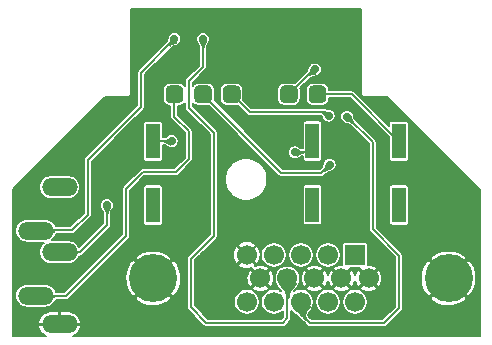
<source format=gbr>
G04 #@! TF.GenerationSoftware,KiCad,Pcbnew,(5.1.10-1-10_14)*
G04 #@! TF.CreationDate,2021-10-04T15:41:53-04:00*
G04 #@! TF.ProjectId,N64D2VGA,4e363444-3256-4474-912e-6b696361645f,1*
G04 #@! TF.SameCoordinates,Original*
G04 #@! TF.FileFunction,Copper,L1,Top*
G04 #@! TF.FilePolarity,Positive*
%FSLAX46Y46*%
G04 Gerber Fmt 4.6, Leading zero omitted, Abs format (unit mm)*
G04 Created by KiCad (PCBNEW (5.1.10-1-10_14)) date 2021-10-04 15:41:53*
%MOMM*%
%LPD*%
G01*
G04 APERTURE LIST*
G04 #@! TA.AperFunction,ComponentPad*
%ADD10C,1.700000*%
G04 #@! TD*
G04 #@! TA.AperFunction,ComponentPad*
%ADD11C,4.066000*%
G04 #@! TD*
G04 #@! TA.AperFunction,ComponentPad*
%ADD12R,1.700000X1.700000*%
G04 #@! TD*
G04 #@! TA.AperFunction,ComponentPad*
%ADD13O,3.016000X1.508000*%
G04 #@! TD*
G04 #@! TA.AperFunction,SMDPad,CuDef*
%ADD14R,1.193800X2.997200*%
G04 #@! TD*
G04 #@! TA.AperFunction,ViaPad*
%ADD15C,0.700000*%
G04 #@! TD*
G04 #@! TA.AperFunction,Conductor*
%ADD16C,0.200000*%
G04 #@! TD*
G04 #@! TA.AperFunction,Conductor*
%ADD17C,0.160000*%
G04 #@! TD*
G04 #@! TA.AperFunction,Conductor*
%ADD18C,0.152400*%
G04 #@! TD*
G04 #@! TA.AperFunction,Conductor*
%ADD19C,0.025400*%
G04 #@! TD*
G04 APERTURE END LIST*
D10*
X141005000Y-113560000D03*
X143295000Y-113560000D03*
X145585000Y-113560000D03*
X147875000Y-113560000D03*
X150165000Y-113560000D03*
X142150000Y-111580000D03*
X144440000Y-111580000D03*
X146730000Y-111580000D03*
X149020000Y-111580000D03*
X151310000Y-111580000D03*
X141005000Y-109600000D03*
X143295000Y-109600000D03*
X145585000Y-109600000D03*
X147875000Y-109600000D03*
D11*
X133090000Y-111580000D03*
X158080000Y-111580000D03*
D12*
X150165000Y-109600000D03*
G04 #@! TA.AperFunction,ConnectorPad*
G36*
G01*
X146230000Y-96365000D02*
X146230000Y-95615000D01*
G75*
G02*
X146605000Y-95240000I375000J0D01*
G01*
X147355000Y-95240000D01*
G75*
G02*
X147730000Y-95615000I0J-375000D01*
G01*
X147730000Y-96365000D01*
G75*
G02*
X147355000Y-96740000I-375000J0D01*
G01*
X146605000Y-96740000D01*
G75*
G02*
X146230000Y-96365000I0J375000D01*
G01*
G37*
G04 #@! TD.AperFunction*
G04 #@! TA.AperFunction,ConnectorPad*
G36*
G01*
X143810000Y-96365000D02*
X143810000Y-95615000D01*
G75*
G02*
X144185000Y-95240000I375000J0D01*
G01*
X144935000Y-95240000D01*
G75*
G02*
X145310000Y-95615000I0J-375000D01*
G01*
X145310000Y-96365000D01*
G75*
G02*
X144935000Y-96740000I-375000J0D01*
G01*
X144185000Y-96740000D01*
G75*
G02*
X143810000Y-96365000I0J375000D01*
G01*
G37*
G04 #@! TD.AperFunction*
G04 #@! TA.AperFunction,ConnectorPad*
G36*
G01*
X141390000Y-96365000D02*
X141390000Y-95615000D01*
G75*
G02*
X141765000Y-95240000I375000J0D01*
G01*
X142515000Y-95240000D01*
G75*
G02*
X142890000Y-95615000I0J-375000D01*
G01*
X142890000Y-96365000D01*
G75*
G02*
X142515000Y-96740000I-375000J0D01*
G01*
X141765000Y-96740000D01*
G75*
G02*
X141390000Y-96365000I0J375000D01*
G01*
G37*
G04 #@! TD.AperFunction*
G04 #@! TA.AperFunction,ConnectorPad*
G36*
G01*
X138970000Y-96365000D02*
X138970000Y-95615000D01*
G75*
G02*
X139345000Y-95240000I375000J0D01*
G01*
X140095000Y-95240000D01*
G75*
G02*
X140470000Y-95615000I0J-375000D01*
G01*
X140470000Y-96365000D01*
G75*
G02*
X140095000Y-96740000I-375000J0D01*
G01*
X139345000Y-96740000D01*
G75*
G02*
X138970000Y-96365000I0J375000D01*
G01*
G37*
G04 #@! TD.AperFunction*
G04 #@! TA.AperFunction,ConnectorPad*
G36*
G01*
X136550000Y-96365000D02*
X136550000Y-95615000D01*
G75*
G02*
X136925000Y-95240000I375000J0D01*
G01*
X137675000Y-95240000D01*
G75*
G02*
X138050000Y-95615000I0J-375000D01*
G01*
X138050000Y-96365000D01*
G75*
G02*
X137675000Y-96740000I-375000J0D01*
G01*
X136925000Y-96740000D01*
G75*
G02*
X136550000Y-96365000I0J375000D01*
G01*
G37*
G04 #@! TD.AperFunction*
G04 #@! TA.AperFunction,ConnectorPad*
G36*
G01*
X134130000Y-96365000D02*
X134130000Y-95615000D01*
G75*
G02*
X134505000Y-95240000I375000J0D01*
G01*
X135255000Y-95240000D01*
G75*
G02*
X135630000Y-95615000I0J-375000D01*
G01*
X135630000Y-96365000D01*
G75*
G02*
X135255000Y-96740000I-375000J0D01*
G01*
X134505000Y-96740000D01*
G75*
G02*
X134130000Y-96365000I0J375000D01*
G01*
G37*
G04 #@! TD.AperFunction*
D13*
X125150000Y-115450000D03*
X123150000Y-113050000D03*
X125150000Y-109350000D03*
X123150000Y-107550000D03*
X125150000Y-103850000D03*
D14*
X153880000Y-99949800D03*
X153880000Y-105360000D03*
X146560000Y-99944900D03*
X146560000Y-105355100D03*
X133060000Y-99954900D03*
X133060000Y-105365100D03*
D15*
X153870000Y-105350000D03*
X146580000Y-105350000D03*
X133070000Y-105370000D03*
X149490000Y-97890000D03*
X129150001Y-105380000D03*
X145060000Y-100900000D03*
X134650000Y-99960000D03*
X134880000Y-91310000D03*
X148020000Y-101950000D03*
X147930001Y-97809999D03*
X137290000Y-91310000D03*
X146770000Y-93890000D03*
D16*
X145580000Y-114600000D02*
X145580000Y-113770000D01*
X151650000Y-107420000D02*
X153890000Y-109660000D01*
X153890000Y-114100000D02*
X152630000Y-115360000D01*
X153890000Y-109660000D02*
X153890000Y-114100000D01*
X152630000Y-115360000D02*
X146340000Y-115360000D01*
X151650000Y-100050000D02*
X151650000Y-107420000D01*
X145580000Y-113770000D02*
X145850000Y-113500000D01*
X146340000Y-115360000D02*
X145580000Y-114600000D01*
X149490000Y-97890000D02*
X151650000Y-100050000D01*
X129150001Y-107069999D02*
X129150001Y-105380000D01*
X125150000Y-109350000D02*
X126870000Y-109350000D01*
X126870000Y-109350000D02*
X129150001Y-107069999D01*
X146980000Y-95990000D02*
X148480000Y-95990000D01*
X148480000Y-95990000D02*
X149880000Y-95990000D01*
X149880000Y-95990000D02*
X153890000Y-100000000D01*
X146200000Y-100900000D02*
X145060000Y-100900000D01*
X146510000Y-100590000D02*
X146200000Y-100900000D01*
X146510000Y-99920000D02*
X146510000Y-100590000D01*
X134650000Y-99960000D02*
X133200000Y-99960000D01*
X125680000Y-113080000D02*
X123608026Y-113080000D01*
X130770000Y-107990000D02*
X125680000Y-113080000D01*
X130770000Y-104030000D02*
X130770000Y-107990000D01*
X132200000Y-102600000D02*
X130770000Y-104030000D01*
X134980000Y-102600000D02*
X132200000Y-102600000D01*
X134880000Y-95990000D02*
X134870000Y-96000000D01*
X136070000Y-99100000D02*
X136070000Y-101510000D01*
X134870000Y-96000000D02*
X134870000Y-97900000D01*
X136070000Y-101510000D02*
X134980000Y-102600000D01*
X134870000Y-97900000D02*
X136070000Y-99100000D01*
X126190000Y-107520000D02*
X123260000Y-107520000D01*
X127520000Y-106190000D02*
X126190000Y-107520000D01*
X134880000Y-91310000D02*
X134880000Y-91320000D01*
X132033701Y-97056299D02*
X127520000Y-101570000D01*
X127520000Y-101570000D02*
X127520000Y-106190000D01*
X132033701Y-94166299D02*
X132033701Y-97056299D01*
X134880000Y-91320000D02*
X132033701Y-94166299D01*
X147320000Y-102650000D02*
X148020000Y-101950000D01*
X137300000Y-96020000D02*
X143930000Y-102650000D01*
X143930000Y-102650000D02*
X147320000Y-102650000D01*
X137300000Y-95990000D02*
X137300000Y-96020000D01*
X141250000Y-97510000D02*
X147630002Y-97510000D01*
X139730000Y-95990000D02*
X141250000Y-97510000D01*
X147630002Y-97510000D02*
X147930001Y-97809999D01*
X139720000Y-95990000D02*
X139730000Y-95990000D01*
X144440000Y-111810000D02*
X144670000Y-111580000D01*
X144440000Y-114970000D02*
X144440000Y-111810000D01*
X137580000Y-115340000D02*
X144070000Y-115340000D01*
X136250000Y-114010000D02*
X137580000Y-115340000D01*
X138220000Y-107950000D02*
X136250000Y-109920000D01*
X137270000Y-93700000D02*
X136090000Y-94880000D01*
X138220000Y-99250000D02*
X138220000Y-107950000D01*
X136250000Y-109920000D02*
X136250000Y-114010000D01*
X136090000Y-97120000D02*
X138220000Y-99250000D01*
X136090000Y-94880000D02*
X136090000Y-97120000D01*
X144070000Y-115340000D02*
X144440000Y-114970000D01*
X137270000Y-91330000D02*
X137270000Y-93700000D01*
X137290000Y-91310000D02*
X137270000Y-91330000D01*
X144950000Y-95690000D02*
X144570000Y-96070000D01*
X146660000Y-93890000D02*
X146770000Y-93890000D01*
X144560000Y-95990000D02*
X146660000Y-93890000D01*
D17*
X150690001Y-95915744D02*
X150688597Y-95930000D01*
X150694196Y-95986850D01*
X150710779Y-96041515D01*
X150737707Y-96091895D01*
X150773947Y-96136053D01*
X150818105Y-96172293D01*
X150868485Y-96199221D01*
X150923150Y-96215804D01*
X150965755Y-96220000D01*
X150980000Y-96221403D01*
X150994245Y-96220000D01*
X152879879Y-96220000D01*
X160720000Y-104060121D01*
X160720001Y-116440000D01*
X126314045Y-116440000D01*
X126351957Y-116426940D01*
X126533941Y-116320776D01*
X126691717Y-116181149D01*
X126819221Y-116013424D01*
X126911554Y-115824047D01*
X126957784Y-115657402D01*
X126897195Y-115490000D01*
X125190000Y-115490000D01*
X125190000Y-115510000D01*
X125110000Y-115510000D01*
X125110000Y-115490000D01*
X123402805Y-115490000D01*
X123342216Y-115657402D01*
X123388446Y-115824047D01*
X123480779Y-116013424D01*
X123608283Y-116181149D01*
X123766059Y-116320776D01*
X123948043Y-116426940D01*
X123985955Y-116440000D01*
X121180000Y-116440000D01*
X121180000Y-115242598D01*
X123342216Y-115242598D01*
X123402805Y-115410000D01*
X125110000Y-115410000D01*
X125110000Y-114376000D01*
X125190000Y-114376000D01*
X125190000Y-115410000D01*
X126897195Y-115410000D01*
X126957784Y-115242598D01*
X126911554Y-115075953D01*
X126819221Y-114886576D01*
X126691717Y-114718851D01*
X126533941Y-114579224D01*
X126351957Y-114473060D01*
X126152758Y-114404440D01*
X125944000Y-114376000D01*
X125190000Y-114376000D01*
X125110000Y-114376000D01*
X124356000Y-114376000D01*
X124147242Y-114404440D01*
X123948043Y-114473060D01*
X123766059Y-114579224D01*
X123608283Y-114718851D01*
X123480779Y-114886576D01*
X123388446Y-115075953D01*
X123342216Y-115242598D01*
X121180000Y-115242598D01*
X121180000Y-113050000D01*
X121397191Y-113050000D01*
X121416383Y-113244858D01*
X121473221Y-113432228D01*
X121565521Y-113604909D01*
X121689735Y-113756265D01*
X121841091Y-113880479D01*
X122013772Y-113972779D01*
X122201142Y-114029617D01*
X122347174Y-114044000D01*
X123952826Y-114044000D01*
X124098858Y-114029617D01*
X124286228Y-113972779D01*
X124458909Y-113880479D01*
X124610265Y-113756265D01*
X124734479Y-113604909D01*
X124826779Y-113432228D01*
X124830488Y-113420000D01*
X125663307Y-113420000D01*
X125680000Y-113421644D01*
X125696693Y-113420000D01*
X125696701Y-113420000D01*
X125746652Y-113415080D01*
X125810742Y-113395639D01*
X125869808Y-113364067D01*
X125921579Y-113321579D01*
X125932230Y-113308601D01*
X126017490Y-113223341D01*
X131503228Y-113223341D01*
X131732809Y-113516065D01*
X132136595Y-113743639D01*
X132577019Y-113888066D01*
X133037158Y-113943794D01*
X133499327Y-113908684D01*
X133945766Y-113784083D01*
X134359318Y-113574780D01*
X134447191Y-113516065D01*
X134676772Y-113223341D01*
X133090000Y-111636569D01*
X131503228Y-113223341D01*
X126017490Y-113223341D01*
X127713673Y-111527158D01*
X130726206Y-111527158D01*
X130761316Y-111989327D01*
X130885917Y-112435766D01*
X131095220Y-112849318D01*
X131153935Y-112937191D01*
X131446659Y-113166772D01*
X133033431Y-111580000D01*
X133146569Y-111580000D01*
X134733341Y-113166772D01*
X135026065Y-112937191D01*
X135253639Y-112533405D01*
X135398066Y-112092981D01*
X135453794Y-111632842D01*
X135418684Y-111170673D01*
X135294083Y-110724234D01*
X135084780Y-110310682D01*
X135026065Y-110222809D01*
X134733341Y-109993228D01*
X133146569Y-111580000D01*
X133033431Y-111580000D01*
X131446659Y-109993228D01*
X131153935Y-110222809D01*
X130926361Y-110626595D01*
X130781934Y-111067019D01*
X130726206Y-111527158D01*
X127713673Y-111527158D01*
X129304172Y-109936659D01*
X131503228Y-109936659D01*
X133090000Y-111523431D01*
X134676772Y-109936659D01*
X134447191Y-109643935D01*
X134043405Y-109416361D01*
X133602981Y-109271934D01*
X133142842Y-109216206D01*
X132680673Y-109251316D01*
X132234234Y-109375917D01*
X131820682Y-109585220D01*
X131732809Y-109643935D01*
X131503228Y-109936659D01*
X129304172Y-109936659D01*
X130998607Y-108242225D01*
X131011579Y-108231579D01*
X131054067Y-108179808D01*
X131085639Y-108120742D01*
X131105080Y-108056652D01*
X131110000Y-108006701D01*
X131110000Y-108006694D01*
X131111644Y-107990001D01*
X131110000Y-107973308D01*
X131110000Y-104170831D01*
X131414331Y-103866500D01*
X132221939Y-103866500D01*
X132221939Y-106863700D01*
X132226573Y-106910748D01*
X132240296Y-106955988D01*
X132262582Y-106997682D01*
X132292573Y-107034227D01*
X132329118Y-107064218D01*
X132370812Y-107086504D01*
X132416052Y-107100227D01*
X132463100Y-107104861D01*
X133656900Y-107104861D01*
X133703948Y-107100227D01*
X133749188Y-107086504D01*
X133790882Y-107064218D01*
X133827427Y-107034227D01*
X133857418Y-106997682D01*
X133879704Y-106955988D01*
X133893427Y-106910748D01*
X133898061Y-106863700D01*
X133898061Y-103866500D01*
X133893427Y-103819452D01*
X133879704Y-103774212D01*
X133857418Y-103732518D01*
X133827427Y-103695973D01*
X133790882Y-103665982D01*
X133749188Y-103643696D01*
X133703948Y-103629973D01*
X133656900Y-103625339D01*
X132463100Y-103625339D01*
X132416052Y-103629973D01*
X132370812Y-103643696D01*
X132329118Y-103665982D01*
X132292573Y-103695973D01*
X132262582Y-103732518D01*
X132240296Y-103774212D01*
X132226573Y-103819452D01*
X132221939Y-103866500D01*
X131414331Y-103866500D01*
X132340833Y-102940000D01*
X134963307Y-102940000D01*
X134980000Y-102941644D01*
X134996693Y-102940000D01*
X134996701Y-102940000D01*
X135046652Y-102935080D01*
X135110742Y-102915639D01*
X135169808Y-102884067D01*
X135221579Y-102841579D01*
X135232230Y-102828602D01*
X136298607Y-101762225D01*
X136311579Y-101751579D01*
X136354067Y-101699808D01*
X136385639Y-101640742D01*
X136405080Y-101576652D01*
X136410000Y-101526701D01*
X136410000Y-101526693D01*
X136411644Y-101510000D01*
X136410000Y-101493307D01*
X136410000Y-99116692D01*
X136411644Y-99099999D01*
X136410000Y-99083306D01*
X136410000Y-99083299D01*
X136405080Y-99033348D01*
X136385639Y-98969258D01*
X136354067Y-98910192D01*
X136352559Y-98908355D01*
X136322225Y-98871392D01*
X136322216Y-98871383D01*
X136311578Y-98858421D01*
X136298617Y-98847784D01*
X135210000Y-97759169D01*
X135210000Y-96981161D01*
X135255000Y-96981161D01*
X135375207Y-96969322D01*
X135490795Y-96934259D01*
X135597321Y-96877319D01*
X135690692Y-96800692D01*
X135750001Y-96728423D01*
X135750001Y-97103297D01*
X135748356Y-97120000D01*
X135754920Y-97186651D01*
X135774361Y-97250741D01*
X135797370Y-97293787D01*
X135805934Y-97309808D01*
X135848422Y-97361579D01*
X135861394Y-97372225D01*
X137880000Y-99390832D01*
X137880001Y-107809167D01*
X136021394Y-109667775D01*
X136008421Y-109678422D01*
X135965933Y-109730193D01*
X135934361Y-109789259D01*
X135914920Y-109853349D01*
X135910000Y-109903300D01*
X135910000Y-109903307D01*
X135908356Y-109920000D01*
X135910000Y-109936693D01*
X135910001Y-113993297D01*
X135908356Y-114010000D01*
X135914920Y-114076651D01*
X135934361Y-114140741D01*
X135934362Y-114140742D01*
X135965934Y-114199808D01*
X136008422Y-114251579D01*
X136021394Y-114262225D01*
X137327775Y-115568607D01*
X137338421Y-115581579D01*
X137390192Y-115624067D01*
X137449258Y-115655639D01*
X137513348Y-115675080D01*
X137563299Y-115680000D01*
X137563306Y-115680000D01*
X137579999Y-115681644D01*
X137596692Y-115680000D01*
X144053307Y-115680000D01*
X144070000Y-115681644D01*
X144086693Y-115680000D01*
X144086701Y-115680000D01*
X144136652Y-115675080D01*
X144200742Y-115655639D01*
X144259808Y-115624067D01*
X144311579Y-115581579D01*
X144322229Y-115568602D01*
X144668611Y-115222221D01*
X144681578Y-115211579D01*
X144692221Y-115198611D01*
X144692225Y-115198607D01*
X144724067Y-115159808D01*
X144755639Y-115100742D01*
X144775080Y-115036652D01*
X144775080Y-115036651D01*
X144780000Y-114986701D01*
X144780000Y-114986694D01*
X144781644Y-114970001D01*
X144780000Y-114953308D01*
X144780000Y-114296492D01*
X144890166Y-114406658D01*
X144891009Y-114407221D01*
X144935083Y-114451135D01*
X144935763Y-114451810D01*
X145038724Y-114553581D01*
X145039409Y-114554256D01*
X145129621Y-114642713D01*
X145130184Y-114643263D01*
X145212452Y-114723403D01*
X145212755Y-114723698D01*
X145291834Y-114800461D01*
X145372459Y-114878774D01*
X145459440Y-114963634D01*
X145557237Y-115059691D01*
X145671159Y-115172431D01*
X145806549Y-115307382D01*
X146087779Y-115588612D01*
X146098421Y-115601579D01*
X146111387Y-115612220D01*
X146111392Y-115612225D01*
X146125822Y-115624067D01*
X146150192Y-115644067D01*
X146209258Y-115675639D01*
X146273348Y-115695080D01*
X146323299Y-115700000D01*
X146323306Y-115700000D01*
X146339999Y-115701644D01*
X146356692Y-115700000D01*
X152613307Y-115700000D01*
X152630000Y-115701644D01*
X152646693Y-115700000D01*
X152646701Y-115700000D01*
X152696652Y-115695080D01*
X152760742Y-115675639D01*
X152819808Y-115644067D01*
X152871579Y-115601579D01*
X152882230Y-115588601D01*
X154118607Y-114352225D01*
X154131579Y-114341579D01*
X154174067Y-114289808D01*
X154205639Y-114230742D01*
X154225080Y-114166652D01*
X154230000Y-114116701D01*
X154230000Y-114116694D01*
X154231644Y-114100001D01*
X154230000Y-114083308D01*
X154230000Y-113223341D01*
X156493228Y-113223341D01*
X156722809Y-113516065D01*
X157126595Y-113743639D01*
X157567019Y-113888066D01*
X158027158Y-113943794D01*
X158489327Y-113908684D01*
X158935766Y-113784083D01*
X159349318Y-113574780D01*
X159437191Y-113516065D01*
X159666772Y-113223341D01*
X158080000Y-111636569D01*
X156493228Y-113223341D01*
X154230000Y-113223341D01*
X154230000Y-111527158D01*
X155716206Y-111527158D01*
X155751316Y-111989327D01*
X155875917Y-112435766D01*
X156085220Y-112849318D01*
X156143935Y-112937191D01*
X156436659Y-113166772D01*
X158023431Y-111580000D01*
X158136569Y-111580000D01*
X159723341Y-113166772D01*
X160016065Y-112937191D01*
X160243639Y-112533405D01*
X160388066Y-112092981D01*
X160443794Y-111632842D01*
X160408684Y-111170673D01*
X160284083Y-110724234D01*
X160074780Y-110310682D01*
X160016065Y-110222809D01*
X159723341Y-109993228D01*
X158136569Y-111580000D01*
X158023431Y-111580000D01*
X156436659Y-109993228D01*
X156143935Y-110222809D01*
X155916361Y-110626595D01*
X155771934Y-111067019D01*
X155716206Y-111527158D01*
X154230000Y-111527158D01*
X154230000Y-109936659D01*
X156493228Y-109936659D01*
X158080000Y-111523431D01*
X159666772Y-109936659D01*
X159437191Y-109643935D01*
X159033405Y-109416361D01*
X158592981Y-109271934D01*
X158132842Y-109216206D01*
X157670673Y-109251316D01*
X157224234Y-109375917D01*
X156810682Y-109585220D01*
X156722809Y-109643935D01*
X156493228Y-109936659D01*
X154230000Y-109936659D01*
X154230000Y-109676690D01*
X154231644Y-109659999D01*
X154230000Y-109643308D01*
X154230000Y-109643299D01*
X154225080Y-109593348D01*
X154205639Y-109529258D01*
X154174067Y-109470192D01*
X154142225Y-109431392D01*
X154142216Y-109431383D01*
X154131578Y-109418421D01*
X154118617Y-109407784D01*
X151990000Y-107279169D01*
X151990000Y-103861400D01*
X153041939Y-103861400D01*
X153041939Y-106858600D01*
X153046573Y-106905648D01*
X153060296Y-106950888D01*
X153082582Y-106992582D01*
X153112573Y-107029127D01*
X153149118Y-107059118D01*
X153190812Y-107081404D01*
X153236052Y-107095127D01*
X153283100Y-107099761D01*
X154476900Y-107099761D01*
X154523948Y-107095127D01*
X154569188Y-107081404D01*
X154610882Y-107059118D01*
X154647427Y-107029127D01*
X154677418Y-106992582D01*
X154699704Y-106950888D01*
X154713427Y-106905648D01*
X154718061Y-106858600D01*
X154718061Y-103861400D01*
X154713427Y-103814352D01*
X154699704Y-103769112D01*
X154677418Y-103727418D01*
X154647427Y-103690873D01*
X154610882Y-103660882D01*
X154569188Y-103638596D01*
X154523948Y-103624873D01*
X154476900Y-103620239D01*
X153283100Y-103620239D01*
X153236052Y-103624873D01*
X153190812Y-103638596D01*
X153149118Y-103660882D01*
X153112573Y-103690873D01*
X153082582Y-103727418D01*
X153060296Y-103769112D01*
X153046573Y-103814352D01*
X153041939Y-103861400D01*
X151990000Y-103861400D01*
X151990000Y-100066692D01*
X151991644Y-100049999D01*
X151990000Y-100033306D01*
X151990000Y-100033299D01*
X151985080Y-99983348D01*
X151965639Y-99919258D01*
X151934067Y-99860192D01*
X151928450Y-99853348D01*
X151902225Y-99821392D01*
X151902216Y-99821383D01*
X151891578Y-99808421D01*
X151878617Y-99797784D01*
X150221648Y-98140816D01*
X150178556Y-98094230D01*
X150153061Y-98060863D01*
X150137835Y-98035461D01*
X150127978Y-98013370D01*
X150119860Y-97988093D01*
X150111704Y-97953731D01*
X150102530Y-97907932D01*
X150102232Y-97906465D01*
X150091073Y-97852506D01*
X150089011Y-97843429D01*
X150074287Y-97783962D01*
X150070471Y-97770296D01*
X150062933Y-97746085D01*
X150057327Y-97717903D01*
X150012851Y-97610530D01*
X149948283Y-97513897D01*
X149866103Y-97431717D01*
X149769470Y-97367149D01*
X149662097Y-97322673D01*
X149548110Y-97300000D01*
X149431890Y-97300000D01*
X149317903Y-97322673D01*
X149210530Y-97367149D01*
X149113897Y-97431717D01*
X149031717Y-97513897D01*
X148967149Y-97610530D01*
X148922673Y-97717903D01*
X148900000Y-97831890D01*
X148900000Y-97948110D01*
X148922673Y-98062097D01*
X148967149Y-98169470D01*
X149031717Y-98266103D01*
X149113897Y-98348283D01*
X149210530Y-98412851D01*
X149317903Y-98457327D01*
X149346085Y-98462933D01*
X149370296Y-98470471D01*
X149383962Y-98474287D01*
X149443429Y-98489011D01*
X149452506Y-98491073D01*
X149506465Y-98502232D01*
X149507932Y-98502530D01*
X149553731Y-98511704D01*
X149588093Y-98519860D01*
X149613370Y-98527978D01*
X149635461Y-98537835D01*
X149660863Y-98553061D01*
X149694230Y-98578556D01*
X149740816Y-98621648D01*
X151310000Y-100190833D01*
X151310001Y-107403297D01*
X151308356Y-107420000D01*
X151314920Y-107486651D01*
X151334361Y-107550741D01*
X151365933Y-107609807D01*
X151365934Y-107609808D01*
X151408422Y-107661579D01*
X151421394Y-107672225D01*
X153550000Y-109800833D01*
X153550001Y-113959167D01*
X152489169Y-115020000D01*
X146480833Y-115020000D01*
X146294903Y-114834070D01*
X146227828Y-114753400D01*
X146205052Y-114706771D01*
X146200390Y-114677146D01*
X146205378Y-114641612D01*
X146226873Y-114585696D01*
X146269636Y-114509259D01*
X146331160Y-114415819D01*
X146403626Y-114309738D01*
X146407353Y-114304113D01*
X146481292Y-114189059D01*
X146489648Y-114175029D01*
X146511448Y-114135420D01*
X146550945Y-114076309D01*
X146633112Y-113877941D01*
X146675000Y-113667356D01*
X146675000Y-113452644D01*
X146785000Y-113452644D01*
X146785000Y-113667356D01*
X146826888Y-113877941D01*
X146909055Y-114076309D01*
X147028342Y-114254834D01*
X147180166Y-114406658D01*
X147358691Y-114525945D01*
X147557059Y-114608112D01*
X147767644Y-114650000D01*
X147982356Y-114650000D01*
X148192941Y-114608112D01*
X148391309Y-114525945D01*
X148569834Y-114406658D01*
X148721658Y-114254834D01*
X148840945Y-114076309D01*
X148923112Y-113877941D01*
X148965000Y-113667356D01*
X148965000Y-113452644D01*
X149075000Y-113452644D01*
X149075000Y-113667356D01*
X149116888Y-113877941D01*
X149199055Y-114076309D01*
X149318342Y-114254834D01*
X149470166Y-114406658D01*
X149648691Y-114525945D01*
X149847059Y-114608112D01*
X150057644Y-114650000D01*
X150272356Y-114650000D01*
X150482941Y-114608112D01*
X150681309Y-114525945D01*
X150859834Y-114406658D01*
X151011658Y-114254834D01*
X151130945Y-114076309D01*
X151213112Y-113877941D01*
X151255000Y-113667356D01*
X151255000Y-113452644D01*
X151213112Y-113242059D01*
X151130945Y-113043691D01*
X151011658Y-112865166D01*
X150859834Y-112713342D01*
X150681309Y-112594055D01*
X150482941Y-112511888D01*
X150272356Y-112470000D01*
X150057644Y-112470000D01*
X149847059Y-112511888D01*
X149648691Y-112594055D01*
X149470166Y-112713342D01*
X149318342Y-112865166D01*
X149199055Y-113043691D01*
X149116888Y-113242059D01*
X149075000Y-113452644D01*
X148965000Y-113452644D01*
X148923112Y-113242059D01*
X148840945Y-113043691D01*
X148721658Y-112865166D01*
X148569834Y-112713342D01*
X148391309Y-112594055D01*
X148192941Y-112511888D01*
X147982356Y-112470000D01*
X147767644Y-112470000D01*
X147557059Y-112511888D01*
X147358691Y-112594055D01*
X147180166Y-112713342D01*
X147028342Y-112865166D01*
X146909055Y-113043691D01*
X146826888Y-113242059D01*
X146785000Y-113452644D01*
X146675000Y-113452644D01*
X146633112Y-113242059D01*
X146550945Y-113043691D01*
X146431658Y-112865166D01*
X146279834Y-112713342D01*
X146101309Y-112594055D01*
X145902941Y-112511888D01*
X145692356Y-112470000D01*
X145477644Y-112470000D01*
X145267059Y-112511888D01*
X145068691Y-112594055D01*
X145022120Y-112625172D01*
X145029828Y-112615938D01*
X145116437Y-112515494D01*
X145122098Y-112508678D01*
X145212952Y-112395090D01*
X145222251Y-112382517D01*
X145984051Y-112382517D01*
X146071725Y-112554091D01*
X146274408Y-112663797D01*
X146494601Y-112731854D01*
X146723839Y-112755645D01*
X146953314Y-112734257D01*
X147174207Y-112668512D01*
X147378030Y-112560936D01*
X147388275Y-112554091D01*
X147475949Y-112382517D01*
X148274051Y-112382517D01*
X148361725Y-112554091D01*
X148564408Y-112663797D01*
X148784601Y-112731854D01*
X149013839Y-112755645D01*
X149243314Y-112734257D01*
X149464207Y-112668512D01*
X149668030Y-112560936D01*
X149678275Y-112554091D01*
X149765949Y-112382517D01*
X150564051Y-112382517D01*
X150651725Y-112554091D01*
X150854408Y-112663797D01*
X151074601Y-112731854D01*
X151303839Y-112755645D01*
X151533314Y-112734257D01*
X151754207Y-112668512D01*
X151958030Y-112560936D01*
X151968275Y-112554091D01*
X152055949Y-112382517D01*
X151310000Y-111636569D01*
X150564051Y-112382517D01*
X149765949Y-112382517D01*
X149020000Y-111636569D01*
X148274051Y-112382517D01*
X147475949Y-112382517D01*
X146730000Y-111636569D01*
X145984051Y-112382517D01*
X145222251Y-112382517D01*
X145223757Y-112380481D01*
X145314801Y-112247094D01*
X145327021Y-112227171D01*
X145365950Y-112156166D01*
X145405945Y-112096309D01*
X145488112Y-111897941D01*
X145530000Y-111687356D01*
X145530000Y-111573839D01*
X145554355Y-111573839D01*
X145575743Y-111803314D01*
X145641488Y-112024207D01*
X145749064Y-112228030D01*
X145755909Y-112238275D01*
X145927483Y-112325949D01*
X146673431Y-111580000D01*
X146786569Y-111580000D01*
X147532517Y-112325949D01*
X147704091Y-112238275D01*
X147813797Y-112035592D01*
X147875479Y-111836025D01*
X147931488Y-112024207D01*
X148039064Y-112228030D01*
X148045909Y-112238275D01*
X148217483Y-112325949D01*
X148963431Y-111580000D01*
X149076569Y-111580000D01*
X149822517Y-112325949D01*
X149994091Y-112238275D01*
X150103797Y-112035592D01*
X150165479Y-111836025D01*
X150221488Y-112024207D01*
X150329064Y-112228030D01*
X150335909Y-112238275D01*
X150507483Y-112325949D01*
X151253431Y-111580000D01*
X151366569Y-111580000D01*
X152112517Y-112325949D01*
X152284091Y-112238275D01*
X152393797Y-112035592D01*
X152461854Y-111815399D01*
X152485645Y-111586161D01*
X152464257Y-111356686D01*
X152398512Y-111135793D01*
X152290936Y-110931970D01*
X152284091Y-110921725D01*
X152112517Y-110834051D01*
X151366569Y-111580000D01*
X151253431Y-111580000D01*
X150507483Y-110834051D01*
X150335909Y-110921725D01*
X150226203Y-111124408D01*
X150164521Y-111323975D01*
X150108512Y-111135793D01*
X150000936Y-110931970D01*
X149994091Y-110921725D01*
X149822517Y-110834051D01*
X149076569Y-111580000D01*
X148963431Y-111580000D01*
X148217483Y-110834051D01*
X148045909Y-110921725D01*
X147936203Y-111124408D01*
X147874521Y-111323975D01*
X147818512Y-111135793D01*
X147710936Y-110931970D01*
X147704091Y-110921725D01*
X147532517Y-110834051D01*
X146786569Y-111580000D01*
X146673431Y-111580000D01*
X145927483Y-110834051D01*
X145755909Y-110921725D01*
X145646203Y-111124408D01*
X145578146Y-111344601D01*
X145554355Y-111573839D01*
X145530000Y-111573839D01*
X145530000Y-111472644D01*
X145488112Y-111262059D01*
X145405945Y-111063691D01*
X145286658Y-110885166D01*
X145178975Y-110777483D01*
X145984051Y-110777483D01*
X146730000Y-111523431D01*
X147475949Y-110777483D01*
X148274051Y-110777483D01*
X149020000Y-111523431D01*
X149765949Y-110777483D01*
X149721839Y-110691161D01*
X150608161Y-110691161D01*
X150564051Y-110777483D01*
X151310000Y-111523431D01*
X152055949Y-110777483D01*
X151968275Y-110605909D01*
X151765592Y-110496203D01*
X151545399Y-110428146D01*
X151316161Y-110404355D01*
X151256161Y-110409947D01*
X151256161Y-108750000D01*
X151251527Y-108702952D01*
X151237804Y-108657712D01*
X151215518Y-108616018D01*
X151185527Y-108579473D01*
X151148982Y-108549482D01*
X151107288Y-108527196D01*
X151062048Y-108513473D01*
X151015000Y-108508839D01*
X149315000Y-108508839D01*
X149267952Y-108513473D01*
X149222712Y-108527196D01*
X149181018Y-108549482D01*
X149144473Y-108579473D01*
X149114482Y-108616018D01*
X149092196Y-108657712D01*
X149078473Y-108702952D01*
X149073839Y-108750000D01*
X149073839Y-110409303D01*
X149026161Y-110404355D01*
X148796686Y-110425743D01*
X148575793Y-110491488D01*
X148371970Y-110599064D01*
X148361725Y-110605909D01*
X148274051Y-110777483D01*
X147475949Y-110777483D01*
X147388275Y-110605909D01*
X147185592Y-110496203D01*
X146965399Y-110428146D01*
X146736161Y-110404355D01*
X146506686Y-110425743D01*
X146285793Y-110491488D01*
X146081970Y-110599064D01*
X146071725Y-110605909D01*
X145984051Y-110777483D01*
X145178975Y-110777483D01*
X145134834Y-110733342D01*
X144956309Y-110614055D01*
X144757941Y-110531888D01*
X144547356Y-110490000D01*
X144332644Y-110490000D01*
X144122059Y-110531888D01*
X143923691Y-110614055D01*
X143745166Y-110733342D01*
X143593342Y-110885166D01*
X143474055Y-111063691D01*
X143391888Y-111262059D01*
X143350000Y-111472644D01*
X143350000Y-111687356D01*
X143391888Y-111897941D01*
X143474055Y-112096309D01*
X143514050Y-112156166D01*
X143552978Y-112227170D01*
X143565198Y-112247094D01*
X143656242Y-112380481D01*
X143667047Y-112395090D01*
X143757901Y-112508678D01*
X143763562Y-112515494D01*
X143850171Y-112615938D01*
X143857878Y-112625172D01*
X143811309Y-112594055D01*
X143612941Y-112511888D01*
X143402356Y-112470000D01*
X143187644Y-112470000D01*
X142977059Y-112511888D01*
X142778691Y-112594055D01*
X142600166Y-112713342D01*
X142448342Y-112865166D01*
X142329055Y-113043691D01*
X142246888Y-113242059D01*
X142205000Y-113452644D01*
X142205000Y-113667356D01*
X142246888Y-113877941D01*
X142329055Y-114076309D01*
X142448342Y-114254834D01*
X142600166Y-114406658D01*
X142778691Y-114525945D01*
X142977059Y-114608112D01*
X143187644Y-114650000D01*
X143402356Y-114650000D01*
X143612941Y-114608112D01*
X143811309Y-114525945D01*
X143989834Y-114406658D01*
X144100000Y-114296492D01*
X144100000Y-114829168D01*
X143929169Y-115000000D01*
X137720832Y-115000000D01*
X136590000Y-113869169D01*
X136590000Y-113452644D01*
X139915000Y-113452644D01*
X139915000Y-113667356D01*
X139956888Y-113877941D01*
X140039055Y-114076309D01*
X140158342Y-114254834D01*
X140310166Y-114406658D01*
X140488691Y-114525945D01*
X140687059Y-114608112D01*
X140897644Y-114650000D01*
X141112356Y-114650000D01*
X141322941Y-114608112D01*
X141521309Y-114525945D01*
X141699834Y-114406658D01*
X141851658Y-114254834D01*
X141970945Y-114076309D01*
X142053112Y-113877941D01*
X142095000Y-113667356D01*
X142095000Y-113452644D01*
X142053112Y-113242059D01*
X141970945Y-113043691D01*
X141851658Y-112865166D01*
X141699834Y-112713342D01*
X141521309Y-112594055D01*
X141322941Y-112511888D01*
X141112356Y-112470000D01*
X140897644Y-112470000D01*
X140687059Y-112511888D01*
X140488691Y-112594055D01*
X140310166Y-112713342D01*
X140158342Y-112865166D01*
X140039055Y-113043691D01*
X139956888Y-113242059D01*
X139915000Y-113452644D01*
X136590000Y-113452644D01*
X136590000Y-112382517D01*
X141404051Y-112382517D01*
X141491725Y-112554091D01*
X141694408Y-112663797D01*
X141914601Y-112731854D01*
X142143839Y-112755645D01*
X142373314Y-112734257D01*
X142594207Y-112668512D01*
X142798030Y-112560936D01*
X142808275Y-112554091D01*
X142895949Y-112382517D01*
X142150000Y-111636569D01*
X141404051Y-112382517D01*
X136590000Y-112382517D01*
X136590000Y-111573839D01*
X140974355Y-111573839D01*
X140995743Y-111803314D01*
X141061488Y-112024207D01*
X141169064Y-112228030D01*
X141175909Y-112238275D01*
X141347483Y-112325949D01*
X142093431Y-111580000D01*
X142206569Y-111580000D01*
X142952517Y-112325949D01*
X143124091Y-112238275D01*
X143233797Y-112035592D01*
X143301854Y-111815399D01*
X143325645Y-111586161D01*
X143304257Y-111356686D01*
X143238512Y-111135793D01*
X143130936Y-110931970D01*
X143124091Y-110921725D01*
X142952517Y-110834051D01*
X142206569Y-111580000D01*
X142093431Y-111580000D01*
X141347483Y-110834051D01*
X141175909Y-110921725D01*
X141066203Y-111124408D01*
X140998146Y-111344601D01*
X140974355Y-111573839D01*
X136590000Y-111573839D01*
X136590000Y-110402517D01*
X140259051Y-110402517D01*
X140346725Y-110574091D01*
X140549408Y-110683797D01*
X140769601Y-110751854D01*
X140998839Y-110775645D01*
X141228314Y-110754257D01*
X141449207Y-110688512D01*
X141449629Y-110688289D01*
X141404051Y-110777483D01*
X142150000Y-111523431D01*
X142895949Y-110777483D01*
X142808275Y-110605909D01*
X142605592Y-110496203D01*
X142385399Y-110428146D01*
X142156161Y-110404355D01*
X141926686Y-110425743D01*
X141705793Y-110491488D01*
X141705371Y-110491711D01*
X141750949Y-110402517D01*
X141005000Y-109656569D01*
X140259051Y-110402517D01*
X136590000Y-110402517D01*
X136590000Y-110060831D01*
X137056992Y-109593839D01*
X139829355Y-109593839D01*
X139850743Y-109823314D01*
X139916488Y-110044207D01*
X140024064Y-110248030D01*
X140030909Y-110258275D01*
X140202483Y-110345949D01*
X140948431Y-109600000D01*
X141061569Y-109600000D01*
X141807517Y-110345949D01*
X141979091Y-110258275D01*
X142088797Y-110055592D01*
X142156854Y-109835399D01*
X142180645Y-109606161D01*
X142170065Y-109492644D01*
X142205000Y-109492644D01*
X142205000Y-109707356D01*
X142246888Y-109917941D01*
X142329055Y-110116309D01*
X142448342Y-110294834D01*
X142600166Y-110446658D01*
X142778691Y-110565945D01*
X142977059Y-110648112D01*
X143187644Y-110690000D01*
X143402356Y-110690000D01*
X143612941Y-110648112D01*
X143811309Y-110565945D01*
X143989834Y-110446658D01*
X144141658Y-110294834D01*
X144260945Y-110116309D01*
X144343112Y-109917941D01*
X144385000Y-109707356D01*
X144385000Y-109492644D01*
X144495000Y-109492644D01*
X144495000Y-109707356D01*
X144536888Y-109917941D01*
X144619055Y-110116309D01*
X144738342Y-110294834D01*
X144890166Y-110446658D01*
X145068691Y-110565945D01*
X145267059Y-110648112D01*
X145477644Y-110690000D01*
X145692356Y-110690000D01*
X145902941Y-110648112D01*
X146101309Y-110565945D01*
X146279834Y-110446658D01*
X146431658Y-110294834D01*
X146550945Y-110116309D01*
X146633112Y-109917941D01*
X146675000Y-109707356D01*
X146675000Y-109492644D01*
X146785000Y-109492644D01*
X146785000Y-109707356D01*
X146826888Y-109917941D01*
X146909055Y-110116309D01*
X147028342Y-110294834D01*
X147180166Y-110446658D01*
X147358691Y-110565945D01*
X147557059Y-110648112D01*
X147767644Y-110690000D01*
X147982356Y-110690000D01*
X148192941Y-110648112D01*
X148391309Y-110565945D01*
X148569834Y-110446658D01*
X148721658Y-110294834D01*
X148840945Y-110116309D01*
X148923112Y-109917941D01*
X148965000Y-109707356D01*
X148965000Y-109492644D01*
X148923112Y-109282059D01*
X148840945Y-109083691D01*
X148721658Y-108905166D01*
X148569834Y-108753342D01*
X148391309Y-108634055D01*
X148192941Y-108551888D01*
X147982356Y-108510000D01*
X147767644Y-108510000D01*
X147557059Y-108551888D01*
X147358691Y-108634055D01*
X147180166Y-108753342D01*
X147028342Y-108905166D01*
X146909055Y-109083691D01*
X146826888Y-109282059D01*
X146785000Y-109492644D01*
X146675000Y-109492644D01*
X146633112Y-109282059D01*
X146550945Y-109083691D01*
X146431658Y-108905166D01*
X146279834Y-108753342D01*
X146101309Y-108634055D01*
X145902941Y-108551888D01*
X145692356Y-108510000D01*
X145477644Y-108510000D01*
X145267059Y-108551888D01*
X145068691Y-108634055D01*
X144890166Y-108753342D01*
X144738342Y-108905166D01*
X144619055Y-109083691D01*
X144536888Y-109282059D01*
X144495000Y-109492644D01*
X144385000Y-109492644D01*
X144343112Y-109282059D01*
X144260945Y-109083691D01*
X144141658Y-108905166D01*
X143989834Y-108753342D01*
X143811309Y-108634055D01*
X143612941Y-108551888D01*
X143402356Y-108510000D01*
X143187644Y-108510000D01*
X142977059Y-108551888D01*
X142778691Y-108634055D01*
X142600166Y-108753342D01*
X142448342Y-108905166D01*
X142329055Y-109083691D01*
X142246888Y-109282059D01*
X142205000Y-109492644D01*
X142170065Y-109492644D01*
X142159257Y-109376686D01*
X142093512Y-109155793D01*
X141985936Y-108951970D01*
X141979091Y-108941725D01*
X141807517Y-108854051D01*
X141061569Y-109600000D01*
X140948431Y-109600000D01*
X140202483Y-108854051D01*
X140030909Y-108941725D01*
X139921203Y-109144408D01*
X139853146Y-109364601D01*
X139829355Y-109593839D01*
X137056992Y-109593839D01*
X137853348Y-108797483D01*
X140259051Y-108797483D01*
X141005000Y-109543431D01*
X141750949Y-108797483D01*
X141663275Y-108625909D01*
X141460592Y-108516203D01*
X141240399Y-108448146D01*
X141011161Y-108424355D01*
X140781686Y-108445743D01*
X140560793Y-108511488D01*
X140356970Y-108619064D01*
X140346725Y-108625909D01*
X140259051Y-108797483D01*
X137853348Y-108797483D01*
X138448607Y-108202225D01*
X138461579Y-108191579D01*
X138504067Y-108139808D01*
X138535639Y-108080742D01*
X138555080Y-108016652D01*
X138560000Y-107966701D01*
X138560000Y-107966693D01*
X138561644Y-107950000D01*
X138560000Y-107933307D01*
X138560000Y-103032589D01*
X139138716Y-103032589D01*
X139138716Y-103387411D01*
X139207938Y-103735415D01*
X139343723Y-104063228D01*
X139540851Y-104358252D01*
X139791748Y-104609149D01*
X140086772Y-104806277D01*
X140414585Y-104942062D01*
X140762589Y-105011284D01*
X141117411Y-105011284D01*
X141465415Y-104942062D01*
X141793228Y-104806277D01*
X142088252Y-104609149D01*
X142339149Y-104358252D01*
X142536277Y-104063228D01*
X142621906Y-103856500D01*
X145721939Y-103856500D01*
X145721939Y-106853700D01*
X145726573Y-106900748D01*
X145740296Y-106945988D01*
X145762582Y-106987682D01*
X145792573Y-107024227D01*
X145829118Y-107054218D01*
X145870812Y-107076504D01*
X145916052Y-107090227D01*
X145963100Y-107094861D01*
X147156900Y-107094861D01*
X147203948Y-107090227D01*
X147249188Y-107076504D01*
X147290882Y-107054218D01*
X147327427Y-107024227D01*
X147357418Y-106987682D01*
X147379704Y-106945988D01*
X147393427Y-106900748D01*
X147398061Y-106853700D01*
X147398061Y-103856500D01*
X147393427Y-103809452D01*
X147379704Y-103764212D01*
X147357418Y-103722518D01*
X147327427Y-103685973D01*
X147290882Y-103655982D01*
X147249188Y-103633696D01*
X147203948Y-103619973D01*
X147156900Y-103615339D01*
X145963100Y-103615339D01*
X145916052Y-103619973D01*
X145870812Y-103633696D01*
X145829118Y-103655982D01*
X145792573Y-103685973D01*
X145762582Y-103722518D01*
X145740296Y-103764212D01*
X145726573Y-103809452D01*
X145721939Y-103856500D01*
X142621906Y-103856500D01*
X142672062Y-103735415D01*
X142741284Y-103387411D01*
X142741284Y-103032589D01*
X142672062Y-102684585D01*
X142536277Y-102356772D01*
X142339149Y-102061748D01*
X142088252Y-101810851D01*
X141793228Y-101613723D01*
X141465415Y-101477938D01*
X141117411Y-101408716D01*
X140762589Y-101408716D01*
X140414585Y-101477938D01*
X140086772Y-101613723D01*
X139791748Y-101810851D01*
X139540851Y-102061748D01*
X139343723Y-102356772D01*
X139207938Y-102684585D01*
X139138716Y-103032589D01*
X138560000Y-103032589D01*
X138560000Y-99266693D01*
X138561644Y-99250000D01*
X138560000Y-99233307D01*
X138560000Y-99233299D01*
X138555080Y-99183348D01*
X138535639Y-99119258D01*
X138504067Y-99060192D01*
X138482036Y-99033348D01*
X138472225Y-99021393D01*
X138472221Y-99021389D01*
X138461578Y-99008421D01*
X138448611Y-98997779D01*
X136430000Y-96979169D01*
X136430000Y-96728424D01*
X136489308Y-96800692D01*
X136582679Y-96877319D01*
X136689205Y-96934259D01*
X136804793Y-96969322D01*
X136925000Y-96981161D01*
X137675000Y-96981161D01*
X137770886Y-96971717D01*
X143677775Y-102878607D01*
X143688421Y-102891579D01*
X143740192Y-102934067D01*
X143799258Y-102965639D01*
X143863348Y-102985080D01*
X143913299Y-102990000D01*
X143913307Y-102990000D01*
X143930000Y-102991644D01*
X143946693Y-102990000D01*
X147303307Y-102990000D01*
X147320000Y-102991644D01*
X147336693Y-102990000D01*
X147336701Y-102990000D01*
X147386652Y-102985080D01*
X147450742Y-102965639D01*
X147509808Y-102934067D01*
X147561579Y-102891579D01*
X147572229Y-102878602D01*
X147769188Y-102681643D01*
X147815769Y-102638556D01*
X147849136Y-102613061D01*
X147874538Y-102597835D01*
X147896629Y-102587978D01*
X147921906Y-102579860D01*
X147956268Y-102571704D01*
X148002067Y-102562530D01*
X148003534Y-102562232D01*
X148057493Y-102551073D01*
X148066570Y-102549011D01*
X148126037Y-102534287D01*
X148139702Y-102530472D01*
X148163920Y-102522932D01*
X148192097Y-102517327D01*
X148299470Y-102472851D01*
X148396103Y-102408283D01*
X148478283Y-102326103D01*
X148542851Y-102229470D01*
X148587327Y-102122097D01*
X148610000Y-102008110D01*
X148610000Y-101891890D01*
X148587327Y-101777903D01*
X148542851Y-101670530D01*
X148478283Y-101573897D01*
X148396103Y-101491717D01*
X148299470Y-101427149D01*
X148192097Y-101382673D01*
X148078110Y-101360000D01*
X147961890Y-101360000D01*
X147847903Y-101382673D01*
X147740530Y-101427149D01*
X147643897Y-101491717D01*
X147561717Y-101573897D01*
X147497149Y-101670530D01*
X147452673Y-101777903D01*
X147447068Y-101806080D01*
X147439529Y-101830293D01*
X147435712Y-101843962D01*
X147420988Y-101903429D01*
X147418926Y-101912506D01*
X147407767Y-101966465D01*
X147407469Y-101967932D01*
X147398295Y-102013731D01*
X147390139Y-102048093D01*
X147382021Y-102073370D01*
X147372164Y-102095461D01*
X147356938Y-102120863D01*
X147331443Y-102154231D01*
X147288353Y-102200815D01*
X147179169Y-102310000D01*
X144070832Y-102310000D01*
X142602722Y-100841890D01*
X144470000Y-100841890D01*
X144470000Y-100958110D01*
X144492673Y-101072097D01*
X144537149Y-101179470D01*
X144601717Y-101276103D01*
X144683897Y-101358283D01*
X144780530Y-101422851D01*
X144887903Y-101467327D01*
X145001890Y-101490000D01*
X145118110Y-101490000D01*
X145232097Y-101467327D01*
X145339470Y-101422851D01*
X145363351Y-101406894D01*
X145385814Y-101395098D01*
X145398174Y-101388134D01*
X145450635Y-101356496D01*
X145458512Y-101351535D01*
X145504557Y-101321271D01*
X145505802Y-101320446D01*
X145544695Y-101294535D01*
X145574739Y-101276016D01*
X145598354Y-101263882D01*
X145620941Y-101255232D01*
X145649677Y-101248035D01*
X145691299Y-101242468D01*
X145721939Y-101241275D01*
X145721939Y-101443500D01*
X145726573Y-101490548D01*
X145740296Y-101535788D01*
X145762582Y-101577482D01*
X145792573Y-101614027D01*
X145829118Y-101644018D01*
X145870812Y-101666304D01*
X145916052Y-101680027D01*
X145963100Y-101684661D01*
X147156900Y-101684661D01*
X147203948Y-101680027D01*
X147249188Y-101666304D01*
X147290882Y-101644018D01*
X147327427Y-101614027D01*
X147357418Y-101577482D01*
X147379704Y-101535788D01*
X147393427Y-101490548D01*
X147398061Y-101443500D01*
X147398061Y-98446300D01*
X147393427Y-98399252D01*
X147379704Y-98354012D01*
X147357418Y-98312318D01*
X147327427Y-98275773D01*
X147290882Y-98245782D01*
X147249188Y-98223496D01*
X147203948Y-98209773D01*
X147156900Y-98205139D01*
X145963100Y-98205139D01*
X145916052Y-98209773D01*
X145870812Y-98223496D01*
X145829118Y-98245782D01*
X145792573Y-98275773D01*
X145762582Y-98312318D01*
X145740296Y-98354012D01*
X145726573Y-98399252D01*
X145721939Y-98446300D01*
X145721939Y-100558725D01*
X145691299Y-100557531D01*
X145649677Y-100551964D01*
X145620941Y-100544767D01*
X145598354Y-100536117D01*
X145574739Y-100523983D01*
X145544695Y-100505464D01*
X145505802Y-100479553D01*
X145504557Y-100478728D01*
X145458512Y-100448464D01*
X145450635Y-100443503D01*
X145398174Y-100411865D01*
X145385811Y-100404900D01*
X145363350Y-100393105D01*
X145339470Y-100377149D01*
X145232097Y-100332673D01*
X145118110Y-100310000D01*
X145001890Y-100310000D01*
X144887903Y-100332673D01*
X144780530Y-100377149D01*
X144683897Y-100441717D01*
X144601717Y-100523897D01*
X144537149Y-100620530D01*
X144492673Y-100727903D01*
X144470000Y-100841890D01*
X142602722Y-100841890D01*
X138271575Y-96510744D01*
X138279322Y-96485207D01*
X138291161Y-96365000D01*
X138291161Y-95615000D01*
X138728839Y-95615000D01*
X138728839Y-96365000D01*
X138740678Y-96485207D01*
X138775741Y-96600795D01*
X138832681Y-96707321D01*
X138909308Y-96800692D01*
X139002679Y-96877319D01*
X139109205Y-96934259D01*
X139224793Y-96969322D01*
X139345000Y-96981161D01*
X140095000Y-96981161D01*
X140215207Y-96969322D01*
X140225399Y-96966230D01*
X140997774Y-97738606D01*
X141008421Y-97751579D01*
X141060192Y-97794067D01*
X141119258Y-97825639D01*
X141183348Y-97845080D01*
X141233299Y-97850000D01*
X141233307Y-97850000D01*
X141250000Y-97851644D01*
X141266693Y-97850000D01*
X147328038Y-97850000D01*
X147329009Y-97853071D01*
X147339843Y-97892888D01*
X147339935Y-97893222D01*
X147352737Y-97940005D01*
X147355283Y-97948665D01*
X147357300Y-97955077D01*
X147362674Y-97982096D01*
X147407150Y-98089469D01*
X147471718Y-98186102D01*
X147553898Y-98268282D01*
X147650531Y-98332850D01*
X147757904Y-98377326D01*
X147871891Y-98399999D01*
X147988111Y-98399999D01*
X148102098Y-98377326D01*
X148209471Y-98332850D01*
X148306104Y-98268282D01*
X148388284Y-98186102D01*
X148452852Y-98089469D01*
X148497328Y-97982096D01*
X148520001Y-97868109D01*
X148520001Y-97751889D01*
X148497328Y-97637902D01*
X148452852Y-97530529D01*
X148388284Y-97433896D01*
X148306104Y-97351716D01*
X148209471Y-97287148D01*
X148102098Y-97242672D01*
X147988111Y-97219999D01*
X147932388Y-97219999D01*
X147871474Y-97218758D01*
X147823100Y-97215635D01*
X147794819Y-97212575D01*
X147760744Y-97194361D01*
X147696654Y-97174920D01*
X147646703Y-97170000D01*
X147646695Y-97170000D01*
X147630002Y-97168356D01*
X147613309Y-97170000D01*
X141390832Y-97170000D01*
X140699924Y-96479093D01*
X140711161Y-96365000D01*
X140711161Y-95615000D01*
X143568839Y-95615000D01*
X143568839Y-96365000D01*
X143580678Y-96485207D01*
X143615741Y-96600795D01*
X143672681Y-96707321D01*
X143749308Y-96800692D01*
X143842679Y-96877319D01*
X143949205Y-96934259D01*
X144064793Y-96969322D01*
X144185000Y-96981161D01*
X144935000Y-96981161D01*
X145055207Y-96969322D01*
X145170795Y-96934259D01*
X145277321Y-96877319D01*
X145370692Y-96800692D01*
X145447319Y-96707321D01*
X145504259Y-96600795D01*
X145539322Y-96485207D01*
X145551161Y-96365000D01*
X145551161Y-95615000D01*
X145988839Y-95615000D01*
X145988839Y-96365000D01*
X146000678Y-96485207D01*
X146035741Y-96600795D01*
X146092681Y-96707321D01*
X146169308Y-96800692D01*
X146262679Y-96877319D01*
X146369205Y-96934259D01*
X146484793Y-96969322D01*
X146605000Y-96981161D01*
X147355000Y-96981161D01*
X147475207Y-96969322D01*
X147590795Y-96934259D01*
X147697321Y-96877319D01*
X147790692Y-96800692D01*
X147867319Y-96707321D01*
X147924259Y-96600795D01*
X147959322Y-96485207D01*
X147971161Y-96365000D01*
X147971161Y-96330000D01*
X149739169Y-96330000D01*
X153041939Y-99632772D01*
X153041939Y-101448400D01*
X153046573Y-101495448D01*
X153060296Y-101540688D01*
X153082582Y-101582382D01*
X153112573Y-101618927D01*
X153149118Y-101648918D01*
X153190812Y-101671204D01*
X153236052Y-101684927D01*
X153283100Y-101689561D01*
X154476900Y-101689561D01*
X154523948Y-101684927D01*
X154569188Y-101671204D01*
X154610882Y-101648918D01*
X154647427Y-101618927D01*
X154677418Y-101582382D01*
X154699704Y-101540688D01*
X154713427Y-101495448D01*
X154718061Y-101448400D01*
X154718061Y-98451200D01*
X154713427Y-98404152D01*
X154699704Y-98358912D01*
X154677418Y-98317218D01*
X154647427Y-98280673D01*
X154610882Y-98250682D01*
X154569188Y-98228396D01*
X154523948Y-98214673D01*
X154476900Y-98210039D01*
X153283100Y-98210039D01*
X153236052Y-98214673D01*
X153190812Y-98228396D01*
X153149118Y-98250682D01*
X153112573Y-98280673D01*
X153082582Y-98317218D01*
X153060296Y-98358912D01*
X153046573Y-98404152D01*
X153041939Y-98451200D01*
X153041939Y-98671107D01*
X150132230Y-95761399D01*
X150121579Y-95748421D01*
X150069808Y-95705933D01*
X150010742Y-95674361D01*
X149946652Y-95654920D01*
X149896701Y-95650000D01*
X149896693Y-95650000D01*
X149880000Y-95648356D01*
X149863307Y-95650000D01*
X147971161Y-95650000D01*
X147971161Y-95615000D01*
X147959322Y-95494793D01*
X147924259Y-95379205D01*
X147867319Y-95272679D01*
X147790692Y-95179308D01*
X147697321Y-95102681D01*
X147590795Y-95045741D01*
X147475207Y-95010678D01*
X147355000Y-94998839D01*
X146605000Y-94998839D01*
X146484793Y-95010678D01*
X146369205Y-95045741D01*
X146262679Y-95102681D01*
X146169308Y-95179308D01*
X146092681Y-95272679D01*
X146035741Y-95379205D01*
X146000678Y-95494793D01*
X145988839Y-95615000D01*
X145551161Y-95615000D01*
X145539322Y-95494793D01*
X145538558Y-95492274D01*
X146458433Y-94572399D01*
X146500339Y-94533886D01*
X146528294Y-94513103D01*
X146547127Y-94502552D01*
X146561343Y-94497085D01*
X146578107Y-94493165D01*
X146604046Y-94490005D01*
X146642823Y-94487856D01*
X146693493Y-94486180D01*
X146696937Y-94486041D01*
X146755709Y-94483251D01*
X146765490Y-94482586D01*
X146794705Y-94480000D01*
X146828110Y-94480000D01*
X146942097Y-94457327D01*
X147049470Y-94412851D01*
X147146103Y-94348283D01*
X147228283Y-94266103D01*
X147292851Y-94169470D01*
X147337327Y-94062097D01*
X147360000Y-93948110D01*
X147360000Y-93831890D01*
X147337327Y-93717903D01*
X147292851Y-93610530D01*
X147228283Y-93513897D01*
X147146103Y-93431717D01*
X147049470Y-93367149D01*
X146942097Y-93322673D01*
X146828110Y-93300000D01*
X146711890Y-93300000D01*
X146597903Y-93322673D01*
X146490530Y-93367149D01*
X146393897Y-93431717D01*
X146311717Y-93513897D01*
X146247149Y-93610530D01*
X146239014Y-93630170D01*
X146226370Y-93652140D01*
X146219135Y-93665697D01*
X146189893Y-93724990D01*
X146184627Y-93736415D01*
X146161375Y-93790541D01*
X146158793Y-93796791D01*
X146138984Y-93846738D01*
X146121593Y-93889758D01*
X146105322Y-93925409D01*
X146087256Y-93958341D01*
X146063487Y-93993869D01*
X146029444Y-94036276D01*
X145978402Y-94090766D01*
X145057726Y-95011442D01*
X145055207Y-95010678D01*
X144935000Y-94998839D01*
X144185000Y-94998839D01*
X144064793Y-95010678D01*
X143949205Y-95045741D01*
X143842679Y-95102681D01*
X143749308Y-95179308D01*
X143672681Y-95272679D01*
X143615741Y-95379205D01*
X143580678Y-95494793D01*
X143568839Y-95615000D01*
X140711161Y-95615000D01*
X140699322Y-95494793D01*
X140664259Y-95379205D01*
X140607319Y-95272679D01*
X140530692Y-95179308D01*
X140437321Y-95102681D01*
X140330795Y-95045741D01*
X140215207Y-95010678D01*
X140095000Y-94998839D01*
X139345000Y-94998839D01*
X139224793Y-95010678D01*
X139109205Y-95045741D01*
X139002679Y-95102681D01*
X138909308Y-95179308D01*
X138832681Y-95272679D01*
X138775741Y-95379205D01*
X138740678Y-95494793D01*
X138728839Y-95615000D01*
X138291161Y-95615000D01*
X138279322Y-95494793D01*
X138244259Y-95379205D01*
X138187319Y-95272679D01*
X138110692Y-95179308D01*
X138017321Y-95102681D01*
X137910795Y-95045741D01*
X137795207Y-95010678D01*
X137675000Y-94998839D01*
X136925000Y-94998839D01*
X136804793Y-95010678D01*
X136689205Y-95045741D01*
X136582679Y-95102681D01*
X136489308Y-95179308D01*
X136430000Y-95251576D01*
X136430000Y-95020831D01*
X137498607Y-93952225D01*
X137511579Y-93941579D01*
X137554067Y-93889808D01*
X137585639Y-93830742D01*
X137605080Y-93766652D01*
X137610000Y-93716701D01*
X137610000Y-93716694D01*
X137611644Y-93700001D01*
X137610000Y-93683308D01*
X137610000Y-92014665D01*
X137612447Y-91951712D01*
X137617953Y-91910682D01*
X137624979Y-91882934D01*
X137633242Y-91861801D01*
X137644813Y-91840022D01*
X137662839Y-91812172D01*
X137689229Y-91775120D01*
X137721143Y-91730572D01*
X137725343Y-91724514D01*
X137759488Y-91673620D01*
X137766258Y-91662932D01*
X137787164Y-91627913D01*
X137812851Y-91589470D01*
X137857327Y-91482097D01*
X137880000Y-91368110D01*
X137880000Y-91251890D01*
X137857327Y-91137903D01*
X137812851Y-91030530D01*
X137748283Y-90933897D01*
X137666103Y-90851717D01*
X137569470Y-90787149D01*
X137462097Y-90742673D01*
X137348110Y-90720000D01*
X137231890Y-90720000D01*
X137117903Y-90742673D01*
X137010530Y-90787149D01*
X136913897Y-90851717D01*
X136831717Y-90933897D01*
X136767149Y-91030530D01*
X136722673Y-91137903D01*
X136700000Y-91251890D01*
X136700000Y-91368110D01*
X136722673Y-91482097D01*
X136767149Y-91589470D01*
X136773201Y-91598527D01*
X136778022Y-91609161D01*
X136784235Y-91621857D01*
X136813665Y-91677761D01*
X136818404Y-91686334D01*
X136846816Y-91735342D01*
X136848091Y-91737514D01*
X136873058Y-91779557D01*
X136891750Y-91813216D01*
X136904619Y-91840720D01*
X136914074Y-91867576D01*
X136921784Y-91900791D01*
X136927533Y-91946859D01*
X136930000Y-92014391D01*
X136930001Y-93559167D01*
X135861394Y-94627775D01*
X135848421Y-94638422D01*
X135805933Y-94690193D01*
X135774361Y-94749259D01*
X135754920Y-94813349D01*
X135750000Y-94863300D01*
X135750000Y-94863307D01*
X135748356Y-94880000D01*
X135750000Y-94896693D01*
X135750000Y-95251576D01*
X135690692Y-95179308D01*
X135597321Y-95102681D01*
X135490795Y-95045741D01*
X135375207Y-95010678D01*
X135255000Y-94998839D01*
X134505000Y-94998839D01*
X134384793Y-95010678D01*
X134269205Y-95045741D01*
X134162679Y-95102681D01*
X134069308Y-95179308D01*
X133992681Y-95272679D01*
X133935741Y-95379205D01*
X133900678Y-95494793D01*
X133888839Y-95615000D01*
X133888839Y-96365000D01*
X133900678Y-96485207D01*
X133935741Y-96600795D01*
X133992681Y-96707321D01*
X134069308Y-96800692D01*
X134162679Y-96877319D01*
X134269205Y-96934259D01*
X134384793Y-96969322D01*
X134505000Y-96981161D01*
X134530001Y-96981161D01*
X134530001Y-97883297D01*
X134528356Y-97900000D01*
X134534920Y-97966651D01*
X134554361Y-98030741D01*
X134585933Y-98089807D01*
X134589563Y-98094230D01*
X134628422Y-98141579D01*
X134641394Y-98152225D01*
X135730000Y-99240833D01*
X135730001Y-101369167D01*
X134839169Y-102260000D01*
X132216690Y-102260000D01*
X132199999Y-102258356D01*
X132183308Y-102260000D01*
X132183299Y-102260000D01*
X132133348Y-102264920D01*
X132069258Y-102284361D01*
X132021292Y-102310000D01*
X132010192Y-102315933D01*
X131971392Y-102347775D01*
X131971387Y-102347780D01*
X131958421Y-102358421D01*
X131947779Y-102371388D01*
X130541394Y-103777775D01*
X130528421Y-103788422D01*
X130485933Y-103840193D01*
X130454361Y-103899259D01*
X130434920Y-103963349D01*
X130430000Y-104013300D01*
X130430000Y-104013307D01*
X130428356Y-104030000D01*
X130430000Y-104046693D01*
X130430001Y-107849167D01*
X125539169Y-112740000D01*
X124848689Y-112740000D01*
X124826779Y-112667772D01*
X124734479Y-112495091D01*
X124610265Y-112343735D01*
X124458909Y-112219521D01*
X124286228Y-112127221D01*
X124098858Y-112070383D01*
X123952826Y-112056000D01*
X122347174Y-112056000D01*
X122201142Y-112070383D01*
X122013772Y-112127221D01*
X121841091Y-112219521D01*
X121689735Y-112343735D01*
X121565521Y-112495091D01*
X121473221Y-112667772D01*
X121416383Y-112855142D01*
X121397191Y-113050000D01*
X121180000Y-113050000D01*
X121180000Y-107550000D01*
X121397191Y-107550000D01*
X121416383Y-107744858D01*
X121473221Y-107932228D01*
X121565521Y-108104909D01*
X121689735Y-108256265D01*
X121841091Y-108380479D01*
X122013772Y-108472779D01*
X122201142Y-108529617D01*
X122347174Y-108544000D01*
X123811263Y-108544000D01*
X123689735Y-108643735D01*
X123565521Y-108795091D01*
X123473221Y-108967772D01*
X123416383Y-109155142D01*
X123397191Y-109350000D01*
X123416383Y-109544858D01*
X123473221Y-109732228D01*
X123565521Y-109904909D01*
X123689735Y-110056265D01*
X123841091Y-110180479D01*
X124013772Y-110272779D01*
X124201142Y-110329617D01*
X124347174Y-110344000D01*
X125952826Y-110344000D01*
X126098858Y-110329617D01*
X126286228Y-110272779D01*
X126458909Y-110180479D01*
X126610265Y-110056265D01*
X126734479Y-109904909D01*
X126826779Y-109732228D01*
X126839589Y-109690000D01*
X126853307Y-109690000D01*
X126870000Y-109691644D01*
X126886693Y-109690000D01*
X126886701Y-109690000D01*
X126936652Y-109685080D01*
X127000742Y-109665639D01*
X127059808Y-109634067D01*
X127111579Y-109591579D01*
X127122230Y-109578602D01*
X129378618Y-107322215D01*
X129391579Y-107311578D01*
X129402217Y-107298616D01*
X129402226Y-107298607D01*
X129434068Y-107259807D01*
X129463705Y-107204361D01*
X129465640Y-107200741D01*
X129485081Y-107136651D01*
X129490001Y-107086700D01*
X129490001Y-107086691D01*
X129491645Y-107070000D01*
X129490001Y-107053309D01*
X129490001Y-106074668D01*
X129492469Y-106011299D01*
X129498036Y-105969677D01*
X129505233Y-105940941D01*
X129513883Y-105918354D01*
X129526017Y-105894739D01*
X129544536Y-105864695D01*
X129570447Y-105825802D01*
X129571272Y-105824557D01*
X129601536Y-105778512D01*
X129606497Y-105770635D01*
X129638135Y-105718174D01*
X129645099Y-105705814D01*
X129656895Y-105683351D01*
X129672852Y-105659470D01*
X129717328Y-105552097D01*
X129740001Y-105438110D01*
X129740001Y-105321890D01*
X129717328Y-105207903D01*
X129672852Y-105100530D01*
X129608284Y-105003897D01*
X129526104Y-104921717D01*
X129429471Y-104857149D01*
X129322098Y-104812673D01*
X129208111Y-104790000D01*
X129091891Y-104790000D01*
X128977904Y-104812673D01*
X128870531Y-104857149D01*
X128773898Y-104921717D01*
X128691718Y-105003897D01*
X128627150Y-105100530D01*
X128582674Y-105207903D01*
X128560001Y-105321890D01*
X128560001Y-105438110D01*
X128582674Y-105552097D01*
X128627150Y-105659470D01*
X128643106Y-105683350D01*
X128654901Y-105705811D01*
X128661866Y-105718174D01*
X128693504Y-105770635D01*
X128698465Y-105778512D01*
X128728729Y-105824557D01*
X128729554Y-105825802D01*
X128755465Y-105864695D01*
X128773984Y-105894739D01*
X128786118Y-105918354D01*
X128794768Y-105940941D01*
X128801965Y-105969677D01*
X128807532Y-106011299D01*
X128810002Y-106074688D01*
X128810001Y-106929166D01*
X126807488Y-108931681D01*
X126734479Y-108795091D01*
X126610265Y-108643735D01*
X126458909Y-108519521D01*
X126286228Y-108427221D01*
X126098858Y-108370383D01*
X125952826Y-108356000D01*
X124488737Y-108356000D01*
X124610265Y-108256265D01*
X124734479Y-108104909D01*
X124826779Y-107932228D01*
X124848689Y-107860000D01*
X126173307Y-107860000D01*
X126190000Y-107861644D01*
X126206693Y-107860000D01*
X126206701Y-107860000D01*
X126256652Y-107855080D01*
X126320742Y-107835639D01*
X126379808Y-107804067D01*
X126431579Y-107761579D01*
X126442230Y-107748601D01*
X127748607Y-106442225D01*
X127761579Y-106431579D01*
X127804067Y-106379808D01*
X127835639Y-106320742D01*
X127855080Y-106256652D01*
X127860000Y-106206701D01*
X127860000Y-106206694D01*
X127861644Y-106190001D01*
X127860000Y-106173308D01*
X127860000Y-101710831D01*
X131114531Y-98456300D01*
X132221939Y-98456300D01*
X132221939Y-101453500D01*
X132226573Y-101500548D01*
X132240296Y-101545788D01*
X132262582Y-101587482D01*
X132292573Y-101624027D01*
X132329118Y-101654018D01*
X132370812Y-101676304D01*
X132416052Y-101690027D01*
X132463100Y-101694661D01*
X133656900Y-101694661D01*
X133703948Y-101690027D01*
X133749188Y-101676304D01*
X133790882Y-101654018D01*
X133827427Y-101624027D01*
X133857418Y-101587482D01*
X133879704Y-101545788D01*
X133893427Y-101500548D01*
X133898061Y-101453500D01*
X133898061Y-100300000D01*
X133955332Y-100300000D01*
X134018700Y-100302468D01*
X134060322Y-100308035D01*
X134089058Y-100315232D01*
X134111645Y-100323882D01*
X134135260Y-100336016D01*
X134165304Y-100354535D01*
X134204197Y-100380446D01*
X134205442Y-100381271D01*
X134251487Y-100411535D01*
X134259364Y-100416496D01*
X134311825Y-100448134D01*
X134324187Y-100455099D01*
X134346651Y-100466896D01*
X134370530Y-100482851D01*
X134477903Y-100527327D01*
X134591890Y-100550000D01*
X134708110Y-100550000D01*
X134822097Y-100527327D01*
X134929470Y-100482851D01*
X135026103Y-100418283D01*
X135108283Y-100336103D01*
X135172851Y-100239470D01*
X135217327Y-100132097D01*
X135240000Y-100018110D01*
X135240000Y-99901890D01*
X135217327Y-99787903D01*
X135172851Y-99680530D01*
X135108283Y-99583897D01*
X135026103Y-99501717D01*
X134929470Y-99437149D01*
X134822097Y-99392673D01*
X134708110Y-99370000D01*
X134591890Y-99370000D01*
X134477903Y-99392673D01*
X134370530Y-99437149D01*
X134346655Y-99453102D01*
X134324189Y-99464899D01*
X134311825Y-99471865D01*
X134259364Y-99503503D01*
X134251487Y-99508464D01*
X134205442Y-99538728D01*
X134204197Y-99539553D01*
X134165304Y-99565464D01*
X134135260Y-99583983D01*
X134111645Y-99596117D01*
X134089058Y-99604767D01*
X134060322Y-99611964D01*
X134018700Y-99617531D01*
X133955327Y-99620000D01*
X133898061Y-99620000D01*
X133898061Y-98456300D01*
X133893427Y-98409252D01*
X133879704Y-98364012D01*
X133857418Y-98322318D01*
X133827427Y-98285773D01*
X133790882Y-98255782D01*
X133749188Y-98233496D01*
X133703948Y-98219773D01*
X133656900Y-98215139D01*
X132463100Y-98215139D01*
X132416052Y-98219773D01*
X132370812Y-98233496D01*
X132329118Y-98255782D01*
X132292573Y-98285773D01*
X132262582Y-98322318D01*
X132240296Y-98364012D01*
X132226573Y-98409252D01*
X132221939Y-98456300D01*
X131114531Y-98456300D01*
X132262313Y-97308519D01*
X132275280Y-97297878D01*
X132285921Y-97284912D01*
X132285926Y-97284907D01*
X132317768Y-97246107D01*
X132331723Y-97219999D01*
X132349340Y-97187041D01*
X132368781Y-97122951D01*
X132373701Y-97073000D01*
X132373701Y-97072993D01*
X132375345Y-97056300D01*
X132373701Y-97039607D01*
X132373701Y-94307130D01*
X134629295Y-92051537D01*
X134677359Y-92006962D01*
X134712358Y-91979971D01*
X134739465Y-91963406D01*
X134763224Y-91952433D01*
X134789926Y-91943358D01*
X134825390Y-91934195D01*
X134871929Y-91923821D01*
X134873565Y-91923451D01*
X134928068Y-91910901D01*
X134937051Y-91908649D01*
X134997147Y-91892346D01*
X135010481Y-91888310D01*
X135030406Y-91881642D01*
X135052097Y-91877327D01*
X135159470Y-91832851D01*
X135256103Y-91768283D01*
X135338283Y-91686103D01*
X135402851Y-91589470D01*
X135447327Y-91482097D01*
X135470000Y-91368110D01*
X135470000Y-91251890D01*
X135447327Y-91137903D01*
X135402851Y-91030530D01*
X135338283Y-90933897D01*
X135256103Y-90851717D01*
X135159470Y-90787149D01*
X135052097Y-90742673D01*
X134938110Y-90720000D01*
X134821890Y-90720000D01*
X134707903Y-90742673D01*
X134600530Y-90787149D01*
X134503897Y-90851717D01*
X134421717Y-90933897D01*
X134357149Y-91030530D01*
X134312673Y-91137903D01*
X134305931Y-91171796D01*
X134297126Y-91202093D01*
X134293748Y-91215058D01*
X134279886Y-91275068D01*
X134278141Y-91283269D01*
X134267563Y-91337663D01*
X134267462Y-91338188D01*
X134258674Y-91383923D01*
X134250801Y-91417712D01*
X134242825Y-91442640D01*
X134232986Y-91464641D01*
X134217605Y-91490211D01*
X134191823Y-91523865D01*
X134148393Y-91570776D01*
X131805095Y-93914074D01*
X131792122Y-93924721D01*
X131749634Y-93976492D01*
X131718062Y-94035558D01*
X131698621Y-94099648D01*
X131693701Y-94149599D01*
X131693701Y-94149606D01*
X131692057Y-94166299D01*
X131693701Y-94182992D01*
X131693702Y-96915465D01*
X127291394Y-101317775D01*
X127278421Y-101328422D01*
X127235933Y-101380193D01*
X127204361Y-101439259D01*
X127184920Y-101503349D01*
X127180000Y-101553300D01*
X127180000Y-101553307D01*
X127178356Y-101570000D01*
X127180000Y-101586693D01*
X127180001Y-106049167D01*
X126049169Y-107180000D01*
X124830488Y-107180000D01*
X124826779Y-107167772D01*
X124734479Y-106995091D01*
X124610265Y-106843735D01*
X124458909Y-106719521D01*
X124286228Y-106627221D01*
X124098858Y-106570383D01*
X123952826Y-106556000D01*
X122347174Y-106556000D01*
X122201142Y-106570383D01*
X122013772Y-106627221D01*
X121841091Y-106719521D01*
X121689735Y-106843735D01*
X121565521Y-106995091D01*
X121473221Y-107167772D01*
X121416383Y-107355142D01*
X121397191Y-107550000D01*
X121180000Y-107550000D01*
X121180000Y-104060121D01*
X121390121Y-103850000D01*
X123397191Y-103850000D01*
X123416383Y-104044858D01*
X123473221Y-104232228D01*
X123565521Y-104404909D01*
X123689735Y-104556265D01*
X123841091Y-104680479D01*
X124013772Y-104772779D01*
X124201142Y-104829617D01*
X124347174Y-104844000D01*
X125952826Y-104844000D01*
X126098858Y-104829617D01*
X126286228Y-104772779D01*
X126458909Y-104680479D01*
X126610265Y-104556265D01*
X126734479Y-104404909D01*
X126826779Y-104232228D01*
X126883617Y-104044858D01*
X126902809Y-103850000D01*
X126883617Y-103655142D01*
X126826779Y-103467772D01*
X126734479Y-103295091D01*
X126610265Y-103143735D01*
X126458909Y-103019521D01*
X126286228Y-102927221D01*
X126098858Y-102870383D01*
X125952826Y-102856000D01*
X124347174Y-102856000D01*
X124201142Y-102870383D01*
X124013772Y-102927221D01*
X123841091Y-103019521D01*
X123689735Y-103143735D01*
X123565521Y-103295091D01*
X123473221Y-103467772D01*
X123416383Y-103655142D01*
X123397191Y-103850000D01*
X121390121Y-103850000D01*
X129020121Y-96220000D01*
X130905755Y-96220000D01*
X130920000Y-96221403D01*
X130934245Y-96220000D01*
X130948400Y-96218606D01*
X130976850Y-96215804D01*
X131031515Y-96199221D01*
X131081895Y-96172293D01*
X131126053Y-96136053D01*
X131162293Y-96091895D01*
X131189221Y-96041515D01*
X131205804Y-95986850D01*
X131206154Y-95983299D01*
X131211403Y-95930000D01*
X131210000Y-95915755D01*
X131210000Y-88770000D01*
X150690000Y-88770000D01*
X150690001Y-95915744D01*
G04 #@! TA.AperFunction,Conductor*
D18*
G36*
X150690001Y-95915744D02*
G01*
X150688597Y-95930000D01*
X150694196Y-95986850D01*
X150710779Y-96041515D01*
X150737707Y-96091895D01*
X150773947Y-96136053D01*
X150818105Y-96172293D01*
X150868485Y-96199221D01*
X150923150Y-96215804D01*
X150965755Y-96220000D01*
X150980000Y-96221403D01*
X150994245Y-96220000D01*
X152879879Y-96220000D01*
X160720000Y-104060121D01*
X160720001Y-116440000D01*
X126314045Y-116440000D01*
X126351957Y-116426940D01*
X126533941Y-116320776D01*
X126691717Y-116181149D01*
X126819221Y-116013424D01*
X126911554Y-115824047D01*
X126957784Y-115657402D01*
X126897195Y-115490000D01*
X125190000Y-115490000D01*
X125190000Y-115510000D01*
X125110000Y-115510000D01*
X125110000Y-115490000D01*
X123402805Y-115490000D01*
X123342216Y-115657402D01*
X123388446Y-115824047D01*
X123480779Y-116013424D01*
X123608283Y-116181149D01*
X123766059Y-116320776D01*
X123948043Y-116426940D01*
X123985955Y-116440000D01*
X121180000Y-116440000D01*
X121180000Y-115242598D01*
X123342216Y-115242598D01*
X123402805Y-115410000D01*
X125110000Y-115410000D01*
X125110000Y-114376000D01*
X125190000Y-114376000D01*
X125190000Y-115410000D01*
X126897195Y-115410000D01*
X126957784Y-115242598D01*
X126911554Y-115075953D01*
X126819221Y-114886576D01*
X126691717Y-114718851D01*
X126533941Y-114579224D01*
X126351957Y-114473060D01*
X126152758Y-114404440D01*
X125944000Y-114376000D01*
X125190000Y-114376000D01*
X125110000Y-114376000D01*
X124356000Y-114376000D01*
X124147242Y-114404440D01*
X123948043Y-114473060D01*
X123766059Y-114579224D01*
X123608283Y-114718851D01*
X123480779Y-114886576D01*
X123388446Y-115075953D01*
X123342216Y-115242598D01*
X121180000Y-115242598D01*
X121180000Y-113050000D01*
X121397191Y-113050000D01*
X121416383Y-113244858D01*
X121473221Y-113432228D01*
X121565521Y-113604909D01*
X121689735Y-113756265D01*
X121841091Y-113880479D01*
X122013772Y-113972779D01*
X122201142Y-114029617D01*
X122347174Y-114044000D01*
X123952826Y-114044000D01*
X124098858Y-114029617D01*
X124286228Y-113972779D01*
X124458909Y-113880479D01*
X124610265Y-113756265D01*
X124734479Y-113604909D01*
X124826779Y-113432228D01*
X124830488Y-113420000D01*
X125663307Y-113420000D01*
X125680000Y-113421644D01*
X125696693Y-113420000D01*
X125696701Y-113420000D01*
X125746652Y-113415080D01*
X125810742Y-113395639D01*
X125869808Y-113364067D01*
X125921579Y-113321579D01*
X125932230Y-113308601D01*
X126017490Y-113223341D01*
X131503228Y-113223341D01*
X131732809Y-113516065D01*
X132136595Y-113743639D01*
X132577019Y-113888066D01*
X133037158Y-113943794D01*
X133499327Y-113908684D01*
X133945766Y-113784083D01*
X134359318Y-113574780D01*
X134447191Y-113516065D01*
X134676772Y-113223341D01*
X133090000Y-111636569D01*
X131503228Y-113223341D01*
X126017490Y-113223341D01*
X127713673Y-111527158D01*
X130726206Y-111527158D01*
X130761316Y-111989327D01*
X130885917Y-112435766D01*
X131095220Y-112849318D01*
X131153935Y-112937191D01*
X131446659Y-113166772D01*
X133033431Y-111580000D01*
X133146569Y-111580000D01*
X134733341Y-113166772D01*
X135026065Y-112937191D01*
X135253639Y-112533405D01*
X135398066Y-112092981D01*
X135453794Y-111632842D01*
X135418684Y-111170673D01*
X135294083Y-110724234D01*
X135084780Y-110310682D01*
X135026065Y-110222809D01*
X134733341Y-109993228D01*
X133146569Y-111580000D01*
X133033431Y-111580000D01*
X131446659Y-109993228D01*
X131153935Y-110222809D01*
X130926361Y-110626595D01*
X130781934Y-111067019D01*
X130726206Y-111527158D01*
X127713673Y-111527158D01*
X129304172Y-109936659D01*
X131503228Y-109936659D01*
X133090000Y-111523431D01*
X134676772Y-109936659D01*
X134447191Y-109643935D01*
X134043405Y-109416361D01*
X133602981Y-109271934D01*
X133142842Y-109216206D01*
X132680673Y-109251316D01*
X132234234Y-109375917D01*
X131820682Y-109585220D01*
X131732809Y-109643935D01*
X131503228Y-109936659D01*
X129304172Y-109936659D01*
X130998607Y-108242225D01*
X131011579Y-108231579D01*
X131054067Y-108179808D01*
X131085639Y-108120742D01*
X131105080Y-108056652D01*
X131110000Y-108006701D01*
X131110000Y-108006694D01*
X131111644Y-107990001D01*
X131110000Y-107973308D01*
X131110000Y-104170831D01*
X131414331Y-103866500D01*
X132221939Y-103866500D01*
X132221939Y-106863700D01*
X132226573Y-106910748D01*
X132240296Y-106955988D01*
X132262582Y-106997682D01*
X132292573Y-107034227D01*
X132329118Y-107064218D01*
X132370812Y-107086504D01*
X132416052Y-107100227D01*
X132463100Y-107104861D01*
X133656900Y-107104861D01*
X133703948Y-107100227D01*
X133749188Y-107086504D01*
X133790882Y-107064218D01*
X133827427Y-107034227D01*
X133857418Y-106997682D01*
X133879704Y-106955988D01*
X133893427Y-106910748D01*
X133898061Y-106863700D01*
X133898061Y-103866500D01*
X133893427Y-103819452D01*
X133879704Y-103774212D01*
X133857418Y-103732518D01*
X133827427Y-103695973D01*
X133790882Y-103665982D01*
X133749188Y-103643696D01*
X133703948Y-103629973D01*
X133656900Y-103625339D01*
X132463100Y-103625339D01*
X132416052Y-103629973D01*
X132370812Y-103643696D01*
X132329118Y-103665982D01*
X132292573Y-103695973D01*
X132262582Y-103732518D01*
X132240296Y-103774212D01*
X132226573Y-103819452D01*
X132221939Y-103866500D01*
X131414331Y-103866500D01*
X132340833Y-102940000D01*
X134963307Y-102940000D01*
X134980000Y-102941644D01*
X134996693Y-102940000D01*
X134996701Y-102940000D01*
X135046652Y-102935080D01*
X135110742Y-102915639D01*
X135169808Y-102884067D01*
X135221579Y-102841579D01*
X135232230Y-102828602D01*
X136298607Y-101762225D01*
X136311579Y-101751579D01*
X136354067Y-101699808D01*
X136385639Y-101640742D01*
X136405080Y-101576652D01*
X136410000Y-101526701D01*
X136410000Y-101526693D01*
X136411644Y-101510000D01*
X136410000Y-101493307D01*
X136410000Y-99116692D01*
X136411644Y-99099999D01*
X136410000Y-99083306D01*
X136410000Y-99083299D01*
X136405080Y-99033348D01*
X136385639Y-98969258D01*
X136354067Y-98910192D01*
X136352559Y-98908355D01*
X136322225Y-98871392D01*
X136322216Y-98871383D01*
X136311578Y-98858421D01*
X136298617Y-98847784D01*
X135210000Y-97759169D01*
X135210000Y-96981161D01*
X135255000Y-96981161D01*
X135375207Y-96969322D01*
X135490795Y-96934259D01*
X135597321Y-96877319D01*
X135690692Y-96800692D01*
X135750001Y-96728423D01*
X135750001Y-97103297D01*
X135748356Y-97120000D01*
X135754920Y-97186651D01*
X135774361Y-97250741D01*
X135797370Y-97293787D01*
X135805934Y-97309808D01*
X135848422Y-97361579D01*
X135861394Y-97372225D01*
X137880000Y-99390832D01*
X137880001Y-107809167D01*
X136021394Y-109667775D01*
X136008421Y-109678422D01*
X135965933Y-109730193D01*
X135934361Y-109789259D01*
X135914920Y-109853349D01*
X135910000Y-109903300D01*
X135910000Y-109903307D01*
X135908356Y-109920000D01*
X135910000Y-109936693D01*
X135910001Y-113993297D01*
X135908356Y-114010000D01*
X135914920Y-114076651D01*
X135934361Y-114140741D01*
X135934362Y-114140742D01*
X135965934Y-114199808D01*
X136008422Y-114251579D01*
X136021394Y-114262225D01*
X137327775Y-115568607D01*
X137338421Y-115581579D01*
X137390192Y-115624067D01*
X137449258Y-115655639D01*
X137513348Y-115675080D01*
X137563299Y-115680000D01*
X137563306Y-115680000D01*
X137579999Y-115681644D01*
X137596692Y-115680000D01*
X144053307Y-115680000D01*
X144070000Y-115681644D01*
X144086693Y-115680000D01*
X144086701Y-115680000D01*
X144136652Y-115675080D01*
X144200742Y-115655639D01*
X144259808Y-115624067D01*
X144311579Y-115581579D01*
X144322229Y-115568602D01*
X144668611Y-115222221D01*
X144681578Y-115211579D01*
X144692221Y-115198611D01*
X144692225Y-115198607D01*
X144724067Y-115159808D01*
X144755639Y-115100742D01*
X144775080Y-115036652D01*
X144775080Y-115036651D01*
X144780000Y-114986701D01*
X144780000Y-114986694D01*
X144781644Y-114970001D01*
X144780000Y-114953308D01*
X144780000Y-114296492D01*
X144890166Y-114406658D01*
X144891009Y-114407221D01*
X144935083Y-114451135D01*
X144935763Y-114451810D01*
X145038724Y-114553581D01*
X145039409Y-114554256D01*
X145129621Y-114642713D01*
X145130184Y-114643263D01*
X145212452Y-114723403D01*
X145212755Y-114723698D01*
X145291834Y-114800461D01*
X145372459Y-114878774D01*
X145459440Y-114963634D01*
X145557237Y-115059691D01*
X145671159Y-115172431D01*
X145806549Y-115307382D01*
X146087779Y-115588612D01*
X146098421Y-115601579D01*
X146111387Y-115612220D01*
X146111392Y-115612225D01*
X146125822Y-115624067D01*
X146150192Y-115644067D01*
X146209258Y-115675639D01*
X146273348Y-115695080D01*
X146323299Y-115700000D01*
X146323306Y-115700000D01*
X146339999Y-115701644D01*
X146356692Y-115700000D01*
X152613307Y-115700000D01*
X152630000Y-115701644D01*
X152646693Y-115700000D01*
X152646701Y-115700000D01*
X152696652Y-115695080D01*
X152760742Y-115675639D01*
X152819808Y-115644067D01*
X152871579Y-115601579D01*
X152882230Y-115588601D01*
X154118607Y-114352225D01*
X154131579Y-114341579D01*
X154174067Y-114289808D01*
X154205639Y-114230742D01*
X154225080Y-114166652D01*
X154230000Y-114116701D01*
X154230000Y-114116694D01*
X154231644Y-114100001D01*
X154230000Y-114083308D01*
X154230000Y-113223341D01*
X156493228Y-113223341D01*
X156722809Y-113516065D01*
X157126595Y-113743639D01*
X157567019Y-113888066D01*
X158027158Y-113943794D01*
X158489327Y-113908684D01*
X158935766Y-113784083D01*
X159349318Y-113574780D01*
X159437191Y-113516065D01*
X159666772Y-113223341D01*
X158080000Y-111636569D01*
X156493228Y-113223341D01*
X154230000Y-113223341D01*
X154230000Y-111527158D01*
X155716206Y-111527158D01*
X155751316Y-111989327D01*
X155875917Y-112435766D01*
X156085220Y-112849318D01*
X156143935Y-112937191D01*
X156436659Y-113166772D01*
X158023431Y-111580000D01*
X158136569Y-111580000D01*
X159723341Y-113166772D01*
X160016065Y-112937191D01*
X160243639Y-112533405D01*
X160388066Y-112092981D01*
X160443794Y-111632842D01*
X160408684Y-111170673D01*
X160284083Y-110724234D01*
X160074780Y-110310682D01*
X160016065Y-110222809D01*
X159723341Y-109993228D01*
X158136569Y-111580000D01*
X158023431Y-111580000D01*
X156436659Y-109993228D01*
X156143935Y-110222809D01*
X155916361Y-110626595D01*
X155771934Y-111067019D01*
X155716206Y-111527158D01*
X154230000Y-111527158D01*
X154230000Y-109936659D01*
X156493228Y-109936659D01*
X158080000Y-111523431D01*
X159666772Y-109936659D01*
X159437191Y-109643935D01*
X159033405Y-109416361D01*
X158592981Y-109271934D01*
X158132842Y-109216206D01*
X157670673Y-109251316D01*
X157224234Y-109375917D01*
X156810682Y-109585220D01*
X156722809Y-109643935D01*
X156493228Y-109936659D01*
X154230000Y-109936659D01*
X154230000Y-109676690D01*
X154231644Y-109659999D01*
X154230000Y-109643308D01*
X154230000Y-109643299D01*
X154225080Y-109593348D01*
X154205639Y-109529258D01*
X154174067Y-109470192D01*
X154142225Y-109431392D01*
X154142216Y-109431383D01*
X154131578Y-109418421D01*
X154118617Y-109407784D01*
X151990000Y-107279169D01*
X151990000Y-103861400D01*
X153041939Y-103861400D01*
X153041939Y-106858600D01*
X153046573Y-106905648D01*
X153060296Y-106950888D01*
X153082582Y-106992582D01*
X153112573Y-107029127D01*
X153149118Y-107059118D01*
X153190812Y-107081404D01*
X153236052Y-107095127D01*
X153283100Y-107099761D01*
X154476900Y-107099761D01*
X154523948Y-107095127D01*
X154569188Y-107081404D01*
X154610882Y-107059118D01*
X154647427Y-107029127D01*
X154677418Y-106992582D01*
X154699704Y-106950888D01*
X154713427Y-106905648D01*
X154718061Y-106858600D01*
X154718061Y-103861400D01*
X154713427Y-103814352D01*
X154699704Y-103769112D01*
X154677418Y-103727418D01*
X154647427Y-103690873D01*
X154610882Y-103660882D01*
X154569188Y-103638596D01*
X154523948Y-103624873D01*
X154476900Y-103620239D01*
X153283100Y-103620239D01*
X153236052Y-103624873D01*
X153190812Y-103638596D01*
X153149118Y-103660882D01*
X153112573Y-103690873D01*
X153082582Y-103727418D01*
X153060296Y-103769112D01*
X153046573Y-103814352D01*
X153041939Y-103861400D01*
X151990000Y-103861400D01*
X151990000Y-100066692D01*
X151991644Y-100049999D01*
X151990000Y-100033306D01*
X151990000Y-100033299D01*
X151985080Y-99983348D01*
X151965639Y-99919258D01*
X151934067Y-99860192D01*
X151928450Y-99853348D01*
X151902225Y-99821392D01*
X151902216Y-99821383D01*
X151891578Y-99808421D01*
X151878617Y-99797784D01*
X150221648Y-98140816D01*
X150178556Y-98094230D01*
X150153061Y-98060863D01*
X150137835Y-98035461D01*
X150127978Y-98013370D01*
X150119860Y-97988093D01*
X150111704Y-97953731D01*
X150102530Y-97907932D01*
X150102232Y-97906465D01*
X150091073Y-97852506D01*
X150089011Y-97843429D01*
X150074287Y-97783962D01*
X150070471Y-97770296D01*
X150062933Y-97746085D01*
X150057327Y-97717903D01*
X150012851Y-97610530D01*
X149948283Y-97513897D01*
X149866103Y-97431717D01*
X149769470Y-97367149D01*
X149662097Y-97322673D01*
X149548110Y-97300000D01*
X149431890Y-97300000D01*
X149317903Y-97322673D01*
X149210530Y-97367149D01*
X149113897Y-97431717D01*
X149031717Y-97513897D01*
X148967149Y-97610530D01*
X148922673Y-97717903D01*
X148900000Y-97831890D01*
X148900000Y-97948110D01*
X148922673Y-98062097D01*
X148967149Y-98169470D01*
X149031717Y-98266103D01*
X149113897Y-98348283D01*
X149210530Y-98412851D01*
X149317903Y-98457327D01*
X149346085Y-98462933D01*
X149370296Y-98470471D01*
X149383962Y-98474287D01*
X149443429Y-98489011D01*
X149452506Y-98491073D01*
X149506465Y-98502232D01*
X149507932Y-98502530D01*
X149553731Y-98511704D01*
X149588093Y-98519860D01*
X149613370Y-98527978D01*
X149635461Y-98537835D01*
X149660863Y-98553061D01*
X149694230Y-98578556D01*
X149740816Y-98621648D01*
X151310000Y-100190833D01*
X151310001Y-107403297D01*
X151308356Y-107420000D01*
X151314920Y-107486651D01*
X151334361Y-107550741D01*
X151365933Y-107609807D01*
X151365934Y-107609808D01*
X151408422Y-107661579D01*
X151421394Y-107672225D01*
X153550000Y-109800833D01*
X153550001Y-113959167D01*
X152489169Y-115020000D01*
X146480833Y-115020000D01*
X146294903Y-114834070D01*
X146227828Y-114753400D01*
X146205052Y-114706771D01*
X146200390Y-114677146D01*
X146205378Y-114641612D01*
X146226873Y-114585696D01*
X146269636Y-114509259D01*
X146331160Y-114415819D01*
X146403626Y-114309738D01*
X146407353Y-114304113D01*
X146481292Y-114189059D01*
X146489648Y-114175029D01*
X146511448Y-114135420D01*
X146550945Y-114076309D01*
X146633112Y-113877941D01*
X146675000Y-113667356D01*
X146675000Y-113452644D01*
X146785000Y-113452644D01*
X146785000Y-113667356D01*
X146826888Y-113877941D01*
X146909055Y-114076309D01*
X147028342Y-114254834D01*
X147180166Y-114406658D01*
X147358691Y-114525945D01*
X147557059Y-114608112D01*
X147767644Y-114650000D01*
X147982356Y-114650000D01*
X148192941Y-114608112D01*
X148391309Y-114525945D01*
X148569834Y-114406658D01*
X148721658Y-114254834D01*
X148840945Y-114076309D01*
X148923112Y-113877941D01*
X148965000Y-113667356D01*
X148965000Y-113452644D01*
X149075000Y-113452644D01*
X149075000Y-113667356D01*
X149116888Y-113877941D01*
X149199055Y-114076309D01*
X149318342Y-114254834D01*
X149470166Y-114406658D01*
X149648691Y-114525945D01*
X149847059Y-114608112D01*
X150057644Y-114650000D01*
X150272356Y-114650000D01*
X150482941Y-114608112D01*
X150681309Y-114525945D01*
X150859834Y-114406658D01*
X151011658Y-114254834D01*
X151130945Y-114076309D01*
X151213112Y-113877941D01*
X151255000Y-113667356D01*
X151255000Y-113452644D01*
X151213112Y-113242059D01*
X151130945Y-113043691D01*
X151011658Y-112865166D01*
X150859834Y-112713342D01*
X150681309Y-112594055D01*
X150482941Y-112511888D01*
X150272356Y-112470000D01*
X150057644Y-112470000D01*
X149847059Y-112511888D01*
X149648691Y-112594055D01*
X149470166Y-112713342D01*
X149318342Y-112865166D01*
X149199055Y-113043691D01*
X149116888Y-113242059D01*
X149075000Y-113452644D01*
X148965000Y-113452644D01*
X148923112Y-113242059D01*
X148840945Y-113043691D01*
X148721658Y-112865166D01*
X148569834Y-112713342D01*
X148391309Y-112594055D01*
X148192941Y-112511888D01*
X147982356Y-112470000D01*
X147767644Y-112470000D01*
X147557059Y-112511888D01*
X147358691Y-112594055D01*
X147180166Y-112713342D01*
X147028342Y-112865166D01*
X146909055Y-113043691D01*
X146826888Y-113242059D01*
X146785000Y-113452644D01*
X146675000Y-113452644D01*
X146633112Y-113242059D01*
X146550945Y-113043691D01*
X146431658Y-112865166D01*
X146279834Y-112713342D01*
X146101309Y-112594055D01*
X145902941Y-112511888D01*
X145692356Y-112470000D01*
X145477644Y-112470000D01*
X145267059Y-112511888D01*
X145068691Y-112594055D01*
X145022120Y-112625172D01*
X145029828Y-112615938D01*
X145116437Y-112515494D01*
X145122098Y-112508678D01*
X145212952Y-112395090D01*
X145222251Y-112382517D01*
X145984051Y-112382517D01*
X146071725Y-112554091D01*
X146274408Y-112663797D01*
X146494601Y-112731854D01*
X146723839Y-112755645D01*
X146953314Y-112734257D01*
X147174207Y-112668512D01*
X147378030Y-112560936D01*
X147388275Y-112554091D01*
X147475949Y-112382517D01*
X148274051Y-112382517D01*
X148361725Y-112554091D01*
X148564408Y-112663797D01*
X148784601Y-112731854D01*
X149013839Y-112755645D01*
X149243314Y-112734257D01*
X149464207Y-112668512D01*
X149668030Y-112560936D01*
X149678275Y-112554091D01*
X149765949Y-112382517D01*
X150564051Y-112382517D01*
X150651725Y-112554091D01*
X150854408Y-112663797D01*
X151074601Y-112731854D01*
X151303839Y-112755645D01*
X151533314Y-112734257D01*
X151754207Y-112668512D01*
X151958030Y-112560936D01*
X151968275Y-112554091D01*
X152055949Y-112382517D01*
X151310000Y-111636569D01*
X150564051Y-112382517D01*
X149765949Y-112382517D01*
X149020000Y-111636569D01*
X148274051Y-112382517D01*
X147475949Y-112382517D01*
X146730000Y-111636569D01*
X145984051Y-112382517D01*
X145222251Y-112382517D01*
X145223757Y-112380481D01*
X145314801Y-112247094D01*
X145327021Y-112227171D01*
X145365950Y-112156166D01*
X145405945Y-112096309D01*
X145488112Y-111897941D01*
X145530000Y-111687356D01*
X145530000Y-111573839D01*
X145554355Y-111573839D01*
X145575743Y-111803314D01*
X145641488Y-112024207D01*
X145749064Y-112228030D01*
X145755909Y-112238275D01*
X145927483Y-112325949D01*
X146673431Y-111580000D01*
X146786569Y-111580000D01*
X147532517Y-112325949D01*
X147704091Y-112238275D01*
X147813797Y-112035592D01*
X147875479Y-111836025D01*
X147931488Y-112024207D01*
X148039064Y-112228030D01*
X148045909Y-112238275D01*
X148217483Y-112325949D01*
X148963431Y-111580000D01*
X149076569Y-111580000D01*
X149822517Y-112325949D01*
X149994091Y-112238275D01*
X150103797Y-112035592D01*
X150165479Y-111836025D01*
X150221488Y-112024207D01*
X150329064Y-112228030D01*
X150335909Y-112238275D01*
X150507483Y-112325949D01*
X151253431Y-111580000D01*
X151366569Y-111580000D01*
X152112517Y-112325949D01*
X152284091Y-112238275D01*
X152393797Y-112035592D01*
X152461854Y-111815399D01*
X152485645Y-111586161D01*
X152464257Y-111356686D01*
X152398512Y-111135793D01*
X152290936Y-110931970D01*
X152284091Y-110921725D01*
X152112517Y-110834051D01*
X151366569Y-111580000D01*
X151253431Y-111580000D01*
X150507483Y-110834051D01*
X150335909Y-110921725D01*
X150226203Y-111124408D01*
X150164521Y-111323975D01*
X150108512Y-111135793D01*
X150000936Y-110931970D01*
X149994091Y-110921725D01*
X149822517Y-110834051D01*
X149076569Y-111580000D01*
X148963431Y-111580000D01*
X148217483Y-110834051D01*
X148045909Y-110921725D01*
X147936203Y-111124408D01*
X147874521Y-111323975D01*
X147818512Y-111135793D01*
X147710936Y-110931970D01*
X147704091Y-110921725D01*
X147532517Y-110834051D01*
X146786569Y-111580000D01*
X146673431Y-111580000D01*
X145927483Y-110834051D01*
X145755909Y-110921725D01*
X145646203Y-111124408D01*
X145578146Y-111344601D01*
X145554355Y-111573839D01*
X145530000Y-111573839D01*
X145530000Y-111472644D01*
X145488112Y-111262059D01*
X145405945Y-111063691D01*
X145286658Y-110885166D01*
X145178975Y-110777483D01*
X145984051Y-110777483D01*
X146730000Y-111523431D01*
X147475949Y-110777483D01*
X148274051Y-110777483D01*
X149020000Y-111523431D01*
X149765949Y-110777483D01*
X149721839Y-110691161D01*
X150608161Y-110691161D01*
X150564051Y-110777483D01*
X151310000Y-111523431D01*
X152055949Y-110777483D01*
X151968275Y-110605909D01*
X151765592Y-110496203D01*
X151545399Y-110428146D01*
X151316161Y-110404355D01*
X151256161Y-110409947D01*
X151256161Y-108750000D01*
X151251527Y-108702952D01*
X151237804Y-108657712D01*
X151215518Y-108616018D01*
X151185527Y-108579473D01*
X151148982Y-108549482D01*
X151107288Y-108527196D01*
X151062048Y-108513473D01*
X151015000Y-108508839D01*
X149315000Y-108508839D01*
X149267952Y-108513473D01*
X149222712Y-108527196D01*
X149181018Y-108549482D01*
X149144473Y-108579473D01*
X149114482Y-108616018D01*
X149092196Y-108657712D01*
X149078473Y-108702952D01*
X149073839Y-108750000D01*
X149073839Y-110409303D01*
X149026161Y-110404355D01*
X148796686Y-110425743D01*
X148575793Y-110491488D01*
X148371970Y-110599064D01*
X148361725Y-110605909D01*
X148274051Y-110777483D01*
X147475949Y-110777483D01*
X147388275Y-110605909D01*
X147185592Y-110496203D01*
X146965399Y-110428146D01*
X146736161Y-110404355D01*
X146506686Y-110425743D01*
X146285793Y-110491488D01*
X146081970Y-110599064D01*
X146071725Y-110605909D01*
X145984051Y-110777483D01*
X145178975Y-110777483D01*
X145134834Y-110733342D01*
X144956309Y-110614055D01*
X144757941Y-110531888D01*
X144547356Y-110490000D01*
X144332644Y-110490000D01*
X144122059Y-110531888D01*
X143923691Y-110614055D01*
X143745166Y-110733342D01*
X143593342Y-110885166D01*
X143474055Y-111063691D01*
X143391888Y-111262059D01*
X143350000Y-111472644D01*
X143350000Y-111687356D01*
X143391888Y-111897941D01*
X143474055Y-112096309D01*
X143514050Y-112156166D01*
X143552978Y-112227170D01*
X143565198Y-112247094D01*
X143656242Y-112380481D01*
X143667047Y-112395090D01*
X143757901Y-112508678D01*
X143763562Y-112515494D01*
X143850171Y-112615938D01*
X143857878Y-112625172D01*
X143811309Y-112594055D01*
X143612941Y-112511888D01*
X143402356Y-112470000D01*
X143187644Y-112470000D01*
X142977059Y-112511888D01*
X142778691Y-112594055D01*
X142600166Y-112713342D01*
X142448342Y-112865166D01*
X142329055Y-113043691D01*
X142246888Y-113242059D01*
X142205000Y-113452644D01*
X142205000Y-113667356D01*
X142246888Y-113877941D01*
X142329055Y-114076309D01*
X142448342Y-114254834D01*
X142600166Y-114406658D01*
X142778691Y-114525945D01*
X142977059Y-114608112D01*
X143187644Y-114650000D01*
X143402356Y-114650000D01*
X143612941Y-114608112D01*
X143811309Y-114525945D01*
X143989834Y-114406658D01*
X144100000Y-114296492D01*
X144100000Y-114829168D01*
X143929169Y-115000000D01*
X137720832Y-115000000D01*
X136590000Y-113869169D01*
X136590000Y-113452644D01*
X139915000Y-113452644D01*
X139915000Y-113667356D01*
X139956888Y-113877941D01*
X140039055Y-114076309D01*
X140158342Y-114254834D01*
X140310166Y-114406658D01*
X140488691Y-114525945D01*
X140687059Y-114608112D01*
X140897644Y-114650000D01*
X141112356Y-114650000D01*
X141322941Y-114608112D01*
X141521309Y-114525945D01*
X141699834Y-114406658D01*
X141851658Y-114254834D01*
X141970945Y-114076309D01*
X142053112Y-113877941D01*
X142095000Y-113667356D01*
X142095000Y-113452644D01*
X142053112Y-113242059D01*
X141970945Y-113043691D01*
X141851658Y-112865166D01*
X141699834Y-112713342D01*
X141521309Y-112594055D01*
X141322941Y-112511888D01*
X141112356Y-112470000D01*
X140897644Y-112470000D01*
X140687059Y-112511888D01*
X140488691Y-112594055D01*
X140310166Y-112713342D01*
X140158342Y-112865166D01*
X140039055Y-113043691D01*
X139956888Y-113242059D01*
X139915000Y-113452644D01*
X136590000Y-113452644D01*
X136590000Y-112382517D01*
X141404051Y-112382517D01*
X141491725Y-112554091D01*
X141694408Y-112663797D01*
X141914601Y-112731854D01*
X142143839Y-112755645D01*
X142373314Y-112734257D01*
X142594207Y-112668512D01*
X142798030Y-112560936D01*
X142808275Y-112554091D01*
X142895949Y-112382517D01*
X142150000Y-111636569D01*
X141404051Y-112382517D01*
X136590000Y-112382517D01*
X136590000Y-111573839D01*
X140974355Y-111573839D01*
X140995743Y-111803314D01*
X141061488Y-112024207D01*
X141169064Y-112228030D01*
X141175909Y-112238275D01*
X141347483Y-112325949D01*
X142093431Y-111580000D01*
X142206569Y-111580000D01*
X142952517Y-112325949D01*
X143124091Y-112238275D01*
X143233797Y-112035592D01*
X143301854Y-111815399D01*
X143325645Y-111586161D01*
X143304257Y-111356686D01*
X143238512Y-111135793D01*
X143130936Y-110931970D01*
X143124091Y-110921725D01*
X142952517Y-110834051D01*
X142206569Y-111580000D01*
X142093431Y-111580000D01*
X141347483Y-110834051D01*
X141175909Y-110921725D01*
X141066203Y-111124408D01*
X140998146Y-111344601D01*
X140974355Y-111573839D01*
X136590000Y-111573839D01*
X136590000Y-110402517D01*
X140259051Y-110402517D01*
X140346725Y-110574091D01*
X140549408Y-110683797D01*
X140769601Y-110751854D01*
X140998839Y-110775645D01*
X141228314Y-110754257D01*
X141449207Y-110688512D01*
X141449629Y-110688289D01*
X141404051Y-110777483D01*
X142150000Y-111523431D01*
X142895949Y-110777483D01*
X142808275Y-110605909D01*
X142605592Y-110496203D01*
X142385399Y-110428146D01*
X142156161Y-110404355D01*
X141926686Y-110425743D01*
X141705793Y-110491488D01*
X141705371Y-110491711D01*
X141750949Y-110402517D01*
X141005000Y-109656569D01*
X140259051Y-110402517D01*
X136590000Y-110402517D01*
X136590000Y-110060831D01*
X137056992Y-109593839D01*
X139829355Y-109593839D01*
X139850743Y-109823314D01*
X139916488Y-110044207D01*
X140024064Y-110248030D01*
X140030909Y-110258275D01*
X140202483Y-110345949D01*
X140948431Y-109600000D01*
X141061569Y-109600000D01*
X141807517Y-110345949D01*
X141979091Y-110258275D01*
X142088797Y-110055592D01*
X142156854Y-109835399D01*
X142180645Y-109606161D01*
X142170065Y-109492644D01*
X142205000Y-109492644D01*
X142205000Y-109707356D01*
X142246888Y-109917941D01*
X142329055Y-110116309D01*
X142448342Y-110294834D01*
X142600166Y-110446658D01*
X142778691Y-110565945D01*
X142977059Y-110648112D01*
X143187644Y-110690000D01*
X143402356Y-110690000D01*
X143612941Y-110648112D01*
X143811309Y-110565945D01*
X143989834Y-110446658D01*
X144141658Y-110294834D01*
X144260945Y-110116309D01*
X144343112Y-109917941D01*
X144385000Y-109707356D01*
X144385000Y-109492644D01*
X144495000Y-109492644D01*
X144495000Y-109707356D01*
X144536888Y-109917941D01*
X144619055Y-110116309D01*
X144738342Y-110294834D01*
X144890166Y-110446658D01*
X145068691Y-110565945D01*
X145267059Y-110648112D01*
X145477644Y-110690000D01*
X145692356Y-110690000D01*
X145902941Y-110648112D01*
X146101309Y-110565945D01*
X146279834Y-110446658D01*
X146431658Y-110294834D01*
X146550945Y-110116309D01*
X146633112Y-109917941D01*
X146675000Y-109707356D01*
X146675000Y-109492644D01*
X146785000Y-109492644D01*
X146785000Y-109707356D01*
X146826888Y-109917941D01*
X146909055Y-110116309D01*
X147028342Y-110294834D01*
X147180166Y-110446658D01*
X147358691Y-110565945D01*
X147557059Y-110648112D01*
X147767644Y-110690000D01*
X147982356Y-110690000D01*
X148192941Y-110648112D01*
X148391309Y-110565945D01*
X148569834Y-110446658D01*
X148721658Y-110294834D01*
X148840945Y-110116309D01*
X148923112Y-109917941D01*
X148965000Y-109707356D01*
X148965000Y-109492644D01*
X148923112Y-109282059D01*
X148840945Y-109083691D01*
X148721658Y-108905166D01*
X148569834Y-108753342D01*
X148391309Y-108634055D01*
X148192941Y-108551888D01*
X147982356Y-108510000D01*
X147767644Y-108510000D01*
X147557059Y-108551888D01*
X147358691Y-108634055D01*
X147180166Y-108753342D01*
X147028342Y-108905166D01*
X146909055Y-109083691D01*
X146826888Y-109282059D01*
X146785000Y-109492644D01*
X146675000Y-109492644D01*
X146633112Y-109282059D01*
X146550945Y-109083691D01*
X146431658Y-108905166D01*
X146279834Y-108753342D01*
X146101309Y-108634055D01*
X145902941Y-108551888D01*
X145692356Y-108510000D01*
X145477644Y-108510000D01*
X145267059Y-108551888D01*
X145068691Y-108634055D01*
X144890166Y-108753342D01*
X144738342Y-108905166D01*
X144619055Y-109083691D01*
X144536888Y-109282059D01*
X144495000Y-109492644D01*
X144385000Y-109492644D01*
X144343112Y-109282059D01*
X144260945Y-109083691D01*
X144141658Y-108905166D01*
X143989834Y-108753342D01*
X143811309Y-108634055D01*
X143612941Y-108551888D01*
X143402356Y-108510000D01*
X143187644Y-108510000D01*
X142977059Y-108551888D01*
X142778691Y-108634055D01*
X142600166Y-108753342D01*
X142448342Y-108905166D01*
X142329055Y-109083691D01*
X142246888Y-109282059D01*
X142205000Y-109492644D01*
X142170065Y-109492644D01*
X142159257Y-109376686D01*
X142093512Y-109155793D01*
X141985936Y-108951970D01*
X141979091Y-108941725D01*
X141807517Y-108854051D01*
X141061569Y-109600000D01*
X140948431Y-109600000D01*
X140202483Y-108854051D01*
X140030909Y-108941725D01*
X139921203Y-109144408D01*
X139853146Y-109364601D01*
X139829355Y-109593839D01*
X137056992Y-109593839D01*
X137853348Y-108797483D01*
X140259051Y-108797483D01*
X141005000Y-109543431D01*
X141750949Y-108797483D01*
X141663275Y-108625909D01*
X141460592Y-108516203D01*
X141240399Y-108448146D01*
X141011161Y-108424355D01*
X140781686Y-108445743D01*
X140560793Y-108511488D01*
X140356970Y-108619064D01*
X140346725Y-108625909D01*
X140259051Y-108797483D01*
X137853348Y-108797483D01*
X138448607Y-108202225D01*
X138461579Y-108191579D01*
X138504067Y-108139808D01*
X138535639Y-108080742D01*
X138555080Y-108016652D01*
X138560000Y-107966701D01*
X138560000Y-107966693D01*
X138561644Y-107950000D01*
X138560000Y-107933307D01*
X138560000Y-103032589D01*
X139138716Y-103032589D01*
X139138716Y-103387411D01*
X139207938Y-103735415D01*
X139343723Y-104063228D01*
X139540851Y-104358252D01*
X139791748Y-104609149D01*
X140086772Y-104806277D01*
X140414585Y-104942062D01*
X140762589Y-105011284D01*
X141117411Y-105011284D01*
X141465415Y-104942062D01*
X141793228Y-104806277D01*
X142088252Y-104609149D01*
X142339149Y-104358252D01*
X142536277Y-104063228D01*
X142621906Y-103856500D01*
X145721939Y-103856500D01*
X145721939Y-106853700D01*
X145726573Y-106900748D01*
X145740296Y-106945988D01*
X145762582Y-106987682D01*
X145792573Y-107024227D01*
X145829118Y-107054218D01*
X145870812Y-107076504D01*
X145916052Y-107090227D01*
X145963100Y-107094861D01*
X147156900Y-107094861D01*
X147203948Y-107090227D01*
X147249188Y-107076504D01*
X147290882Y-107054218D01*
X147327427Y-107024227D01*
X147357418Y-106987682D01*
X147379704Y-106945988D01*
X147393427Y-106900748D01*
X147398061Y-106853700D01*
X147398061Y-103856500D01*
X147393427Y-103809452D01*
X147379704Y-103764212D01*
X147357418Y-103722518D01*
X147327427Y-103685973D01*
X147290882Y-103655982D01*
X147249188Y-103633696D01*
X147203948Y-103619973D01*
X147156900Y-103615339D01*
X145963100Y-103615339D01*
X145916052Y-103619973D01*
X145870812Y-103633696D01*
X145829118Y-103655982D01*
X145792573Y-103685973D01*
X145762582Y-103722518D01*
X145740296Y-103764212D01*
X145726573Y-103809452D01*
X145721939Y-103856500D01*
X142621906Y-103856500D01*
X142672062Y-103735415D01*
X142741284Y-103387411D01*
X142741284Y-103032589D01*
X142672062Y-102684585D01*
X142536277Y-102356772D01*
X142339149Y-102061748D01*
X142088252Y-101810851D01*
X141793228Y-101613723D01*
X141465415Y-101477938D01*
X141117411Y-101408716D01*
X140762589Y-101408716D01*
X140414585Y-101477938D01*
X140086772Y-101613723D01*
X139791748Y-101810851D01*
X139540851Y-102061748D01*
X139343723Y-102356772D01*
X139207938Y-102684585D01*
X139138716Y-103032589D01*
X138560000Y-103032589D01*
X138560000Y-99266693D01*
X138561644Y-99250000D01*
X138560000Y-99233307D01*
X138560000Y-99233299D01*
X138555080Y-99183348D01*
X138535639Y-99119258D01*
X138504067Y-99060192D01*
X138482036Y-99033348D01*
X138472225Y-99021393D01*
X138472221Y-99021389D01*
X138461578Y-99008421D01*
X138448611Y-98997779D01*
X136430000Y-96979169D01*
X136430000Y-96728424D01*
X136489308Y-96800692D01*
X136582679Y-96877319D01*
X136689205Y-96934259D01*
X136804793Y-96969322D01*
X136925000Y-96981161D01*
X137675000Y-96981161D01*
X137770886Y-96971717D01*
X143677775Y-102878607D01*
X143688421Y-102891579D01*
X143740192Y-102934067D01*
X143799258Y-102965639D01*
X143863348Y-102985080D01*
X143913299Y-102990000D01*
X143913307Y-102990000D01*
X143930000Y-102991644D01*
X143946693Y-102990000D01*
X147303307Y-102990000D01*
X147320000Y-102991644D01*
X147336693Y-102990000D01*
X147336701Y-102990000D01*
X147386652Y-102985080D01*
X147450742Y-102965639D01*
X147509808Y-102934067D01*
X147561579Y-102891579D01*
X147572229Y-102878602D01*
X147769188Y-102681643D01*
X147815769Y-102638556D01*
X147849136Y-102613061D01*
X147874538Y-102597835D01*
X147896629Y-102587978D01*
X147921906Y-102579860D01*
X147956268Y-102571704D01*
X148002067Y-102562530D01*
X148003534Y-102562232D01*
X148057493Y-102551073D01*
X148066570Y-102549011D01*
X148126037Y-102534287D01*
X148139702Y-102530472D01*
X148163920Y-102522932D01*
X148192097Y-102517327D01*
X148299470Y-102472851D01*
X148396103Y-102408283D01*
X148478283Y-102326103D01*
X148542851Y-102229470D01*
X148587327Y-102122097D01*
X148610000Y-102008110D01*
X148610000Y-101891890D01*
X148587327Y-101777903D01*
X148542851Y-101670530D01*
X148478283Y-101573897D01*
X148396103Y-101491717D01*
X148299470Y-101427149D01*
X148192097Y-101382673D01*
X148078110Y-101360000D01*
X147961890Y-101360000D01*
X147847903Y-101382673D01*
X147740530Y-101427149D01*
X147643897Y-101491717D01*
X147561717Y-101573897D01*
X147497149Y-101670530D01*
X147452673Y-101777903D01*
X147447068Y-101806080D01*
X147439529Y-101830293D01*
X147435712Y-101843962D01*
X147420988Y-101903429D01*
X147418926Y-101912506D01*
X147407767Y-101966465D01*
X147407469Y-101967932D01*
X147398295Y-102013731D01*
X147390139Y-102048093D01*
X147382021Y-102073370D01*
X147372164Y-102095461D01*
X147356938Y-102120863D01*
X147331443Y-102154231D01*
X147288353Y-102200815D01*
X147179169Y-102310000D01*
X144070832Y-102310000D01*
X142602722Y-100841890D01*
X144470000Y-100841890D01*
X144470000Y-100958110D01*
X144492673Y-101072097D01*
X144537149Y-101179470D01*
X144601717Y-101276103D01*
X144683897Y-101358283D01*
X144780530Y-101422851D01*
X144887903Y-101467327D01*
X145001890Y-101490000D01*
X145118110Y-101490000D01*
X145232097Y-101467327D01*
X145339470Y-101422851D01*
X145363351Y-101406894D01*
X145385814Y-101395098D01*
X145398174Y-101388134D01*
X145450635Y-101356496D01*
X145458512Y-101351535D01*
X145504557Y-101321271D01*
X145505802Y-101320446D01*
X145544695Y-101294535D01*
X145574739Y-101276016D01*
X145598354Y-101263882D01*
X145620941Y-101255232D01*
X145649677Y-101248035D01*
X145691299Y-101242468D01*
X145721939Y-101241275D01*
X145721939Y-101443500D01*
X145726573Y-101490548D01*
X145740296Y-101535788D01*
X145762582Y-101577482D01*
X145792573Y-101614027D01*
X145829118Y-101644018D01*
X145870812Y-101666304D01*
X145916052Y-101680027D01*
X145963100Y-101684661D01*
X147156900Y-101684661D01*
X147203948Y-101680027D01*
X147249188Y-101666304D01*
X147290882Y-101644018D01*
X147327427Y-101614027D01*
X147357418Y-101577482D01*
X147379704Y-101535788D01*
X147393427Y-101490548D01*
X147398061Y-101443500D01*
X147398061Y-98446300D01*
X147393427Y-98399252D01*
X147379704Y-98354012D01*
X147357418Y-98312318D01*
X147327427Y-98275773D01*
X147290882Y-98245782D01*
X147249188Y-98223496D01*
X147203948Y-98209773D01*
X147156900Y-98205139D01*
X145963100Y-98205139D01*
X145916052Y-98209773D01*
X145870812Y-98223496D01*
X145829118Y-98245782D01*
X145792573Y-98275773D01*
X145762582Y-98312318D01*
X145740296Y-98354012D01*
X145726573Y-98399252D01*
X145721939Y-98446300D01*
X145721939Y-100558725D01*
X145691299Y-100557531D01*
X145649677Y-100551964D01*
X145620941Y-100544767D01*
X145598354Y-100536117D01*
X145574739Y-100523983D01*
X145544695Y-100505464D01*
X145505802Y-100479553D01*
X145504557Y-100478728D01*
X145458512Y-100448464D01*
X145450635Y-100443503D01*
X145398174Y-100411865D01*
X145385811Y-100404900D01*
X145363350Y-100393105D01*
X145339470Y-100377149D01*
X145232097Y-100332673D01*
X145118110Y-100310000D01*
X145001890Y-100310000D01*
X144887903Y-100332673D01*
X144780530Y-100377149D01*
X144683897Y-100441717D01*
X144601717Y-100523897D01*
X144537149Y-100620530D01*
X144492673Y-100727903D01*
X144470000Y-100841890D01*
X142602722Y-100841890D01*
X138271575Y-96510744D01*
X138279322Y-96485207D01*
X138291161Y-96365000D01*
X138291161Y-95615000D01*
X138728839Y-95615000D01*
X138728839Y-96365000D01*
X138740678Y-96485207D01*
X138775741Y-96600795D01*
X138832681Y-96707321D01*
X138909308Y-96800692D01*
X139002679Y-96877319D01*
X139109205Y-96934259D01*
X139224793Y-96969322D01*
X139345000Y-96981161D01*
X140095000Y-96981161D01*
X140215207Y-96969322D01*
X140225399Y-96966230D01*
X140997774Y-97738606D01*
X141008421Y-97751579D01*
X141060192Y-97794067D01*
X141119258Y-97825639D01*
X141183348Y-97845080D01*
X141233299Y-97850000D01*
X141233307Y-97850000D01*
X141250000Y-97851644D01*
X141266693Y-97850000D01*
X147328038Y-97850000D01*
X147329009Y-97853071D01*
X147339843Y-97892888D01*
X147339935Y-97893222D01*
X147352737Y-97940005D01*
X147355283Y-97948665D01*
X147357300Y-97955077D01*
X147362674Y-97982096D01*
X147407150Y-98089469D01*
X147471718Y-98186102D01*
X147553898Y-98268282D01*
X147650531Y-98332850D01*
X147757904Y-98377326D01*
X147871891Y-98399999D01*
X147988111Y-98399999D01*
X148102098Y-98377326D01*
X148209471Y-98332850D01*
X148306104Y-98268282D01*
X148388284Y-98186102D01*
X148452852Y-98089469D01*
X148497328Y-97982096D01*
X148520001Y-97868109D01*
X148520001Y-97751889D01*
X148497328Y-97637902D01*
X148452852Y-97530529D01*
X148388284Y-97433896D01*
X148306104Y-97351716D01*
X148209471Y-97287148D01*
X148102098Y-97242672D01*
X147988111Y-97219999D01*
X147932388Y-97219999D01*
X147871474Y-97218758D01*
X147823100Y-97215635D01*
X147794819Y-97212575D01*
X147760744Y-97194361D01*
X147696654Y-97174920D01*
X147646703Y-97170000D01*
X147646695Y-97170000D01*
X147630002Y-97168356D01*
X147613309Y-97170000D01*
X141390832Y-97170000D01*
X140699924Y-96479093D01*
X140711161Y-96365000D01*
X140711161Y-95615000D01*
X143568839Y-95615000D01*
X143568839Y-96365000D01*
X143580678Y-96485207D01*
X143615741Y-96600795D01*
X143672681Y-96707321D01*
X143749308Y-96800692D01*
X143842679Y-96877319D01*
X143949205Y-96934259D01*
X144064793Y-96969322D01*
X144185000Y-96981161D01*
X144935000Y-96981161D01*
X145055207Y-96969322D01*
X145170795Y-96934259D01*
X145277321Y-96877319D01*
X145370692Y-96800692D01*
X145447319Y-96707321D01*
X145504259Y-96600795D01*
X145539322Y-96485207D01*
X145551161Y-96365000D01*
X145551161Y-95615000D01*
X145988839Y-95615000D01*
X145988839Y-96365000D01*
X146000678Y-96485207D01*
X146035741Y-96600795D01*
X146092681Y-96707321D01*
X146169308Y-96800692D01*
X146262679Y-96877319D01*
X146369205Y-96934259D01*
X146484793Y-96969322D01*
X146605000Y-96981161D01*
X147355000Y-96981161D01*
X147475207Y-96969322D01*
X147590795Y-96934259D01*
X147697321Y-96877319D01*
X147790692Y-96800692D01*
X147867319Y-96707321D01*
X147924259Y-96600795D01*
X147959322Y-96485207D01*
X147971161Y-96365000D01*
X147971161Y-96330000D01*
X149739169Y-96330000D01*
X153041939Y-99632772D01*
X153041939Y-101448400D01*
X153046573Y-101495448D01*
X153060296Y-101540688D01*
X153082582Y-101582382D01*
X153112573Y-101618927D01*
X153149118Y-101648918D01*
X153190812Y-101671204D01*
X153236052Y-101684927D01*
X153283100Y-101689561D01*
X154476900Y-101689561D01*
X154523948Y-101684927D01*
X154569188Y-101671204D01*
X154610882Y-101648918D01*
X154647427Y-101618927D01*
X154677418Y-101582382D01*
X154699704Y-101540688D01*
X154713427Y-101495448D01*
X154718061Y-101448400D01*
X154718061Y-98451200D01*
X154713427Y-98404152D01*
X154699704Y-98358912D01*
X154677418Y-98317218D01*
X154647427Y-98280673D01*
X154610882Y-98250682D01*
X154569188Y-98228396D01*
X154523948Y-98214673D01*
X154476900Y-98210039D01*
X153283100Y-98210039D01*
X153236052Y-98214673D01*
X153190812Y-98228396D01*
X153149118Y-98250682D01*
X153112573Y-98280673D01*
X153082582Y-98317218D01*
X153060296Y-98358912D01*
X153046573Y-98404152D01*
X153041939Y-98451200D01*
X153041939Y-98671107D01*
X150132230Y-95761399D01*
X150121579Y-95748421D01*
X150069808Y-95705933D01*
X150010742Y-95674361D01*
X149946652Y-95654920D01*
X149896701Y-95650000D01*
X149896693Y-95650000D01*
X149880000Y-95648356D01*
X149863307Y-95650000D01*
X147971161Y-95650000D01*
X147971161Y-95615000D01*
X147959322Y-95494793D01*
X147924259Y-95379205D01*
X147867319Y-95272679D01*
X147790692Y-95179308D01*
X147697321Y-95102681D01*
X147590795Y-95045741D01*
X147475207Y-95010678D01*
X147355000Y-94998839D01*
X146605000Y-94998839D01*
X146484793Y-95010678D01*
X146369205Y-95045741D01*
X146262679Y-95102681D01*
X146169308Y-95179308D01*
X146092681Y-95272679D01*
X146035741Y-95379205D01*
X146000678Y-95494793D01*
X145988839Y-95615000D01*
X145551161Y-95615000D01*
X145539322Y-95494793D01*
X145538558Y-95492274D01*
X146458433Y-94572399D01*
X146500339Y-94533886D01*
X146528294Y-94513103D01*
X146547127Y-94502552D01*
X146561343Y-94497085D01*
X146578107Y-94493165D01*
X146604046Y-94490005D01*
X146642823Y-94487856D01*
X146693493Y-94486180D01*
X146696937Y-94486041D01*
X146755709Y-94483251D01*
X146765490Y-94482586D01*
X146794705Y-94480000D01*
X146828110Y-94480000D01*
X146942097Y-94457327D01*
X147049470Y-94412851D01*
X147146103Y-94348283D01*
X147228283Y-94266103D01*
X147292851Y-94169470D01*
X147337327Y-94062097D01*
X147360000Y-93948110D01*
X147360000Y-93831890D01*
X147337327Y-93717903D01*
X147292851Y-93610530D01*
X147228283Y-93513897D01*
X147146103Y-93431717D01*
X147049470Y-93367149D01*
X146942097Y-93322673D01*
X146828110Y-93300000D01*
X146711890Y-93300000D01*
X146597903Y-93322673D01*
X146490530Y-93367149D01*
X146393897Y-93431717D01*
X146311717Y-93513897D01*
X146247149Y-93610530D01*
X146239014Y-93630170D01*
X146226370Y-93652140D01*
X146219135Y-93665697D01*
X146189893Y-93724990D01*
X146184627Y-93736415D01*
X146161375Y-93790541D01*
X146158793Y-93796791D01*
X146138984Y-93846738D01*
X146121593Y-93889758D01*
X146105322Y-93925409D01*
X146087256Y-93958341D01*
X146063487Y-93993869D01*
X146029444Y-94036276D01*
X145978402Y-94090766D01*
X145057726Y-95011442D01*
X145055207Y-95010678D01*
X144935000Y-94998839D01*
X144185000Y-94998839D01*
X144064793Y-95010678D01*
X143949205Y-95045741D01*
X143842679Y-95102681D01*
X143749308Y-95179308D01*
X143672681Y-95272679D01*
X143615741Y-95379205D01*
X143580678Y-95494793D01*
X143568839Y-95615000D01*
X140711161Y-95615000D01*
X140699322Y-95494793D01*
X140664259Y-95379205D01*
X140607319Y-95272679D01*
X140530692Y-95179308D01*
X140437321Y-95102681D01*
X140330795Y-95045741D01*
X140215207Y-95010678D01*
X140095000Y-94998839D01*
X139345000Y-94998839D01*
X139224793Y-95010678D01*
X139109205Y-95045741D01*
X139002679Y-95102681D01*
X138909308Y-95179308D01*
X138832681Y-95272679D01*
X138775741Y-95379205D01*
X138740678Y-95494793D01*
X138728839Y-95615000D01*
X138291161Y-95615000D01*
X138279322Y-95494793D01*
X138244259Y-95379205D01*
X138187319Y-95272679D01*
X138110692Y-95179308D01*
X138017321Y-95102681D01*
X137910795Y-95045741D01*
X137795207Y-95010678D01*
X137675000Y-94998839D01*
X136925000Y-94998839D01*
X136804793Y-95010678D01*
X136689205Y-95045741D01*
X136582679Y-95102681D01*
X136489308Y-95179308D01*
X136430000Y-95251576D01*
X136430000Y-95020831D01*
X137498607Y-93952225D01*
X137511579Y-93941579D01*
X137554067Y-93889808D01*
X137585639Y-93830742D01*
X137605080Y-93766652D01*
X137610000Y-93716701D01*
X137610000Y-93716694D01*
X137611644Y-93700001D01*
X137610000Y-93683308D01*
X137610000Y-92014665D01*
X137612447Y-91951712D01*
X137617953Y-91910682D01*
X137624979Y-91882934D01*
X137633242Y-91861801D01*
X137644813Y-91840022D01*
X137662839Y-91812172D01*
X137689229Y-91775120D01*
X137721143Y-91730572D01*
X137725343Y-91724514D01*
X137759488Y-91673620D01*
X137766258Y-91662932D01*
X137787164Y-91627913D01*
X137812851Y-91589470D01*
X137857327Y-91482097D01*
X137880000Y-91368110D01*
X137880000Y-91251890D01*
X137857327Y-91137903D01*
X137812851Y-91030530D01*
X137748283Y-90933897D01*
X137666103Y-90851717D01*
X137569470Y-90787149D01*
X137462097Y-90742673D01*
X137348110Y-90720000D01*
X137231890Y-90720000D01*
X137117903Y-90742673D01*
X137010530Y-90787149D01*
X136913897Y-90851717D01*
X136831717Y-90933897D01*
X136767149Y-91030530D01*
X136722673Y-91137903D01*
X136700000Y-91251890D01*
X136700000Y-91368110D01*
X136722673Y-91482097D01*
X136767149Y-91589470D01*
X136773201Y-91598527D01*
X136778022Y-91609161D01*
X136784235Y-91621857D01*
X136813665Y-91677761D01*
X136818404Y-91686334D01*
X136846816Y-91735342D01*
X136848091Y-91737514D01*
X136873058Y-91779557D01*
X136891750Y-91813216D01*
X136904619Y-91840720D01*
X136914074Y-91867576D01*
X136921784Y-91900791D01*
X136927533Y-91946859D01*
X136930000Y-92014391D01*
X136930001Y-93559167D01*
X135861394Y-94627775D01*
X135848421Y-94638422D01*
X135805933Y-94690193D01*
X135774361Y-94749259D01*
X135754920Y-94813349D01*
X135750000Y-94863300D01*
X135750000Y-94863307D01*
X135748356Y-94880000D01*
X135750000Y-94896693D01*
X135750000Y-95251576D01*
X135690692Y-95179308D01*
X135597321Y-95102681D01*
X135490795Y-95045741D01*
X135375207Y-95010678D01*
X135255000Y-94998839D01*
X134505000Y-94998839D01*
X134384793Y-95010678D01*
X134269205Y-95045741D01*
X134162679Y-95102681D01*
X134069308Y-95179308D01*
X133992681Y-95272679D01*
X133935741Y-95379205D01*
X133900678Y-95494793D01*
X133888839Y-95615000D01*
X133888839Y-96365000D01*
X133900678Y-96485207D01*
X133935741Y-96600795D01*
X133992681Y-96707321D01*
X134069308Y-96800692D01*
X134162679Y-96877319D01*
X134269205Y-96934259D01*
X134384793Y-96969322D01*
X134505000Y-96981161D01*
X134530001Y-96981161D01*
X134530001Y-97883297D01*
X134528356Y-97900000D01*
X134534920Y-97966651D01*
X134554361Y-98030741D01*
X134585933Y-98089807D01*
X134589563Y-98094230D01*
X134628422Y-98141579D01*
X134641394Y-98152225D01*
X135730000Y-99240833D01*
X135730001Y-101369167D01*
X134839169Y-102260000D01*
X132216690Y-102260000D01*
X132199999Y-102258356D01*
X132183308Y-102260000D01*
X132183299Y-102260000D01*
X132133348Y-102264920D01*
X132069258Y-102284361D01*
X132021292Y-102310000D01*
X132010192Y-102315933D01*
X131971392Y-102347775D01*
X131971387Y-102347780D01*
X131958421Y-102358421D01*
X131947779Y-102371388D01*
X130541394Y-103777775D01*
X130528421Y-103788422D01*
X130485933Y-103840193D01*
X130454361Y-103899259D01*
X130434920Y-103963349D01*
X130430000Y-104013300D01*
X130430000Y-104013307D01*
X130428356Y-104030000D01*
X130430000Y-104046693D01*
X130430001Y-107849167D01*
X125539169Y-112740000D01*
X124848689Y-112740000D01*
X124826779Y-112667772D01*
X124734479Y-112495091D01*
X124610265Y-112343735D01*
X124458909Y-112219521D01*
X124286228Y-112127221D01*
X124098858Y-112070383D01*
X123952826Y-112056000D01*
X122347174Y-112056000D01*
X122201142Y-112070383D01*
X122013772Y-112127221D01*
X121841091Y-112219521D01*
X121689735Y-112343735D01*
X121565521Y-112495091D01*
X121473221Y-112667772D01*
X121416383Y-112855142D01*
X121397191Y-113050000D01*
X121180000Y-113050000D01*
X121180000Y-107550000D01*
X121397191Y-107550000D01*
X121416383Y-107744858D01*
X121473221Y-107932228D01*
X121565521Y-108104909D01*
X121689735Y-108256265D01*
X121841091Y-108380479D01*
X122013772Y-108472779D01*
X122201142Y-108529617D01*
X122347174Y-108544000D01*
X123811263Y-108544000D01*
X123689735Y-108643735D01*
X123565521Y-108795091D01*
X123473221Y-108967772D01*
X123416383Y-109155142D01*
X123397191Y-109350000D01*
X123416383Y-109544858D01*
X123473221Y-109732228D01*
X123565521Y-109904909D01*
X123689735Y-110056265D01*
X123841091Y-110180479D01*
X124013772Y-110272779D01*
X124201142Y-110329617D01*
X124347174Y-110344000D01*
X125952826Y-110344000D01*
X126098858Y-110329617D01*
X126286228Y-110272779D01*
X126458909Y-110180479D01*
X126610265Y-110056265D01*
X126734479Y-109904909D01*
X126826779Y-109732228D01*
X126839589Y-109690000D01*
X126853307Y-109690000D01*
X126870000Y-109691644D01*
X126886693Y-109690000D01*
X126886701Y-109690000D01*
X126936652Y-109685080D01*
X127000742Y-109665639D01*
X127059808Y-109634067D01*
X127111579Y-109591579D01*
X127122230Y-109578602D01*
X129378618Y-107322215D01*
X129391579Y-107311578D01*
X129402217Y-107298616D01*
X129402226Y-107298607D01*
X129434068Y-107259807D01*
X129463705Y-107204361D01*
X129465640Y-107200741D01*
X129485081Y-107136651D01*
X129490001Y-107086700D01*
X129490001Y-107086691D01*
X129491645Y-107070000D01*
X129490001Y-107053309D01*
X129490001Y-106074668D01*
X129492469Y-106011299D01*
X129498036Y-105969677D01*
X129505233Y-105940941D01*
X129513883Y-105918354D01*
X129526017Y-105894739D01*
X129544536Y-105864695D01*
X129570447Y-105825802D01*
X129571272Y-105824557D01*
X129601536Y-105778512D01*
X129606497Y-105770635D01*
X129638135Y-105718174D01*
X129645099Y-105705814D01*
X129656895Y-105683351D01*
X129672852Y-105659470D01*
X129717328Y-105552097D01*
X129740001Y-105438110D01*
X129740001Y-105321890D01*
X129717328Y-105207903D01*
X129672852Y-105100530D01*
X129608284Y-105003897D01*
X129526104Y-104921717D01*
X129429471Y-104857149D01*
X129322098Y-104812673D01*
X129208111Y-104790000D01*
X129091891Y-104790000D01*
X128977904Y-104812673D01*
X128870531Y-104857149D01*
X128773898Y-104921717D01*
X128691718Y-105003897D01*
X128627150Y-105100530D01*
X128582674Y-105207903D01*
X128560001Y-105321890D01*
X128560001Y-105438110D01*
X128582674Y-105552097D01*
X128627150Y-105659470D01*
X128643106Y-105683350D01*
X128654901Y-105705811D01*
X128661866Y-105718174D01*
X128693504Y-105770635D01*
X128698465Y-105778512D01*
X128728729Y-105824557D01*
X128729554Y-105825802D01*
X128755465Y-105864695D01*
X128773984Y-105894739D01*
X128786118Y-105918354D01*
X128794768Y-105940941D01*
X128801965Y-105969677D01*
X128807532Y-106011299D01*
X128810002Y-106074688D01*
X128810001Y-106929166D01*
X126807488Y-108931681D01*
X126734479Y-108795091D01*
X126610265Y-108643735D01*
X126458909Y-108519521D01*
X126286228Y-108427221D01*
X126098858Y-108370383D01*
X125952826Y-108356000D01*
X124488737Y-108356000D01*
X124610265Y-108256265D01*
X124734479Y-108104909D01*
X124826779Y-107932228D01*
X124848689Y-107860000D01*
X126173307Y-107860000D01*
X126190000Y-107861644D01*
X126206693Y-107860000D01*
X126206701Y-107860000D01*
X126256652Y-107855080D01*
X126320742Y-107835639D01*
X126379808Y-107804067D01*
X126431579Y-107761579D01*
X126442230Y-107748601D01*
X127748607Y-106442225D01*
X127761579Y-106431579D01*
X127804067Y-106379808D01*
X127835639Y-106320742D01*
X127855080Y-106256652D01*
X127860000Y-106206701D01*
X127860000Y-106206694D01*
X127861644Y-106190001D01*
X127860000Y-106173308D01*
X127860000Y-101710831D01*
X131114531Y-98456300D01*
X132221939Y-98456300D01*
X132221939Y-101453500D01*
X132226573Y-101500548D01*
X132240296Y-101545788D01*
X132262582Y-101587482D01*
X132292573Y-101624027D01*
X132329118Y-101654018D01*
X132370812Y-101676304D01*
X132416052Y-101690027D01*
X132463100Y-101694661D01*
X133656900Y-101694661D01*
X133703948Y-101690027D01*
X133749188Y-101676304D01*
X133790882Y-101654018D01*
X133827427Y-101624027D01*
X133857418Y-101587482D01*
X133879704Y-101545788D01*
X133893427Y-101500548D01*
X133898061Y-101453500D01*
X133898061Y-100300000D01*
X133955332Y-100300000D01*
X134018700Y-100302468D01*
X134060322Y-100308035D01*
X134089058Y-100315232D01*
X134111645Y-100323882D01*
X134135260Y-100336016D01*
X134165304Y-100354535D01*
X134204197Y-100380446D01*
X134205442Y-100381271D01*
X134251487Y-100411535D01*
X134259364Y-100416496D01*
X134311825Y-100448134D01*
X134324187Y-100455099D01*
X134346651Y-100466896D01*
X134370530Y-100482851D01*
X134477903Y-100527327D01*
X134591890Y-100550000D01*
X134708110Y-100550000D01*
X134822097Y-100527327D01*
X134929470Y-100482851D01*
X135026103Y-100418283D01*
X135108283Y-100336103D01*
X135172851Y-100239470D01*
X135217327Y-100132097D01*
X135240000Y-100018110D01*
X135240000Y-99901890D01*
X135217327Y-99787903D01*
X135172851Y-99680530D01*
X135108283Y-99583897D01*
X135026103Y-99501717D01*
X134929470Y-99437149D01*
X134822097Y-99392673D01*
X134708110Y-99370000D01*
X134591890Y-99370000D01*
X134477903Y-99392673D01*
X134370530Y-99437149D01*
X134346655Y-99453102D01*
X134324189Y-99464899D01*
X134311825Y-99471865D01*
X134259364Y-99503503D01*
X134251487Y-99508464D01*
X134205442Y-99538728D01*
X134204197Y-99539553D01*
X134165304Y-99565464D01*
X134135260Y-99583983D01*
X134111645Y-99596117D01*
X134089058Y-99604767D01*
X134060322Y-99611964D01*
X134018700Y-99617531D01*
X133955327Y-99620000D01*
X133898061Y-99620000D01*
X133898061Y-98456300D01*
X133893427Y-98409252D01*
X133879704Y-98364012D01*
X133857418Y-98322318D01*
X133827427Y-98285773D01*
X133790882Y-98255782D01*
X133749188Y-98233496D01*
X133703948Y-98219773D01*
X133656900Y-98215139D01*
X132463100Y-98215139D01*
X132416052Y-98219773D01*
X132370812Y-98233496D01*
X132329118Y-98255782D01*
X132292573Y-98285773D01*
X132262582Y-98322318D01*
X132240296Y-98364012D01*
X132226573Y-98409252D01*
X132221939Y-98456300D01*
X131114531Y-98456300D01*
X132262313Y-97308519D01*
X132275280Y-97297878D01*
X132285921Y-97284912D01*
X132285926Y-97284907D01*
X132317768Y-97246107D01*
X132331723Y-97219999D01*
X132349340Y-97187041D01*
X132368781Y-97122951D01*
X132373701Y-97073000D01*
X132373701Y-97072993D01*
X132375345Y-97056300D01*
X132373701Y-97039607D01*
X132373701Y-94307130D01*
X134629295Y-92051537D01*
X134677359Y-92006962D01*
X134712358Y-91979971D01*
X134739465Y-91963406D01*
X134763224Y-91952433D01*
X134789926Y-91943358D01*
X134825390Y-91934195D01*
X134871929Y-91923821D01*
X134873565Y-91923451D01*
X134928068Y-91910901D01*
X134937051Y-91908649D01*
X134997147Y-91892346D01*
X135010481Y-91888310D01*
X135030406Y-91881642D01*
X135052097Y-91877327D01*
X135159470Y-91832851D01*
X135256103Y-91768283D01*
X135338283Y-91686103D01*
X135402851Y-91589470D01*
X135447327Y-91482097D01*
X135470000Y-91368110D01*
X135470000Y-91251890D01*
X135447327Y-91137903D01*
X135402851Y-91030530D01*
X135338283Y-90933897D01*
X135256103Y-90851717D01*
X135159470Y-90787149D01*
X135052097Y-90742673D01*
X134938110Y-90720000D01*
X134821890Y-90720000D01*
X134707903Y-90742673D01*
X134600530Y-90787149D01*
X134503897Y-90851717D01*
X134421717Y-90933897D01*
X134357149Y-91030530D01*
X134312673Y-91137903D01*
X134305931Y-91171796D01*
X134297126Y-91202093D01*
X134293748Y-91215058D01*
X134279886Y-91275068D01*
X134278141Y-91283269D01*
X134267563Y-91337663D01*
X134267462Y-91338188D01*
X134258674Y-91383923D01*
X134250801Y-91417712D01*
X134242825Y-91442640D01*
X134232986Y-91464641D01*
X134217605Y-91490211D01*
X134191823Y-91523865D01*
X134148393Y-91570776D01*
X131805095Y-93914074D01*
X131792122Y-93924721D01*
X131749634Y-93976492D01*
X131718062Y-94035558D01*
X131698621Y-94099648D01*
X131693701Y-94149599D01*
X131693701Y-94149606D01*
X131692057Y-94166299D01*
X131693701Y-94182992D01*
X131693702Y-96915465D01*
X127291394Y-101317775D01*
X127278421Y-101328422D01*
X127235933Y-101380193D01*
X127204361Y-101439259D01*
X127184920Y-101503349D01*
X127180000Y-101553300D01*
X127180000Y-101553307D01*
X127178356Y-101570000D01*
X127180000Y-101586693D01*
X127180001Y-106049167D01*
X126049169Y-107180000D01*
X124830488Y-107180000D01*
X124826779Y-107167772D01*
X124734479Y-106995091D01*
X124610265Y-106843735D01*
X124458909Y-106719521D01*
X124286228Y-106627221D01*
X124098858Y-106570383D01*
X123952826Y-106556000D01*
X122347174Y-106556000D01*
X122201142Y-106570383D01*
X122013772Y-106627221D01*
X121841091Y-106719521D01*
X121689735Y-106843735D01*
X121565521Y-106995091D01*
X121473221Y-107167772D01*
X121416383Y-107355142D01*
X121397191Y-107550000D01*
X121180000Y-107550000D01*
X121180000Y-104060121D01*
X121390121Y-103850000D01*
X123397191Y-103850000D01*
X123416383Y-104044858D01*
X123473221Y-104232228D01*
X123565521Y-104404909D01*
X123689735Y-104556265D01*
X123841091Y-104680479D01*
X124013772Y-104772779D01*
X124201142Y-104829617D01*
X124347174Y-104844000D01*
X125952826Y-104844000D01*
X126098858Y-104829617D01*
X126286228Y-104772779D01*
X126458909Y-104680479D01*
X126610265Y-104556265D01*
X126734479Y-104404909D01*
X126826779Y-104232228D01*
X126883617Y-104044858D01*
X126902809Y-103850000D01*
X126883617Y-103655142D01*
X126826779Y-103467772D01*
X126734479Y-103295091D01*
X126610265Y-103143735D01*
X126458909Y-103019521D01*
X126286228Y-102927221D01*
X126098858Y-102870383D01*
X125952826Y-102856000D01*
X124347174Y-102856000D01*
X124201142Y-102870383D01*
X124013772Y-102927221D01*
X123841091Y-103019521D01*
X123689735Y-103143735D01*
X123565521Y-103295091D01*
X123473221Y-103467772D01*
X123416383Y-103655142D01*
X123397191Y-103850000D01*
X121390121Y-103850000D01*
X129020121Y-96220000D01*
X130905755Y-96220000D01*
X130920000Y-96221403D01*
X130934245Y-96220000D01*
X130948400Y-96218606D01*
X130976850Y-96215804D01*
X131031515Y-96199221D01*
X131081895Y-96172293D01*
X131126053Y-96136053D01*
X131162293Y-96091895D01*
X131189221Y-96041515D01*
X131205804Y-95986850D01*
X131206154Y-95983299D01*
X131211403Y-95930000D01*
X131210000Y-95915755D01*
X131210000Y-88770000D01*
X150690000Y-88770000D01*
X150690001Y-95915744D01*
G37*
G04 #@! TD.AperFunction*
D19*
X146332201Y-113937014D02*
X146268472Y-114052805D01*
X146194871Y-114167333D01*
X146121356Y-114274950D01*
X146121236Y-114275130D01*
X146053810Y-114377534D01*
X146053334Y-114378317D01*
X145997943Y-114477325D01*
X145997172Y-114478969D01*
X145959666Y-114576534D01*
X145958943Y-114579326D01*
X145945176Y-114677401D01*
X145945074Y-114679888D01*
X145945207Y-114681140D01*
X145961030Y-114781678D01*
X145961657Y-114784088D01*
X145962165Y-114785278D01*
X146013430Y-114890231D01*
X146015076Y-114892777D01*
X146100229Y-114995191D01*
X145975965Y-115119455D01*
X145849366Y-114993266D01*
X145849333Y-114993234D01*
X145734659Y-114879750D01*
X145734625Y-114879716D01*
X145636048Y-114782893D01*
X145636018Y-114782864D01*
X145548730Y-114697705D01*
X145548710Y-114697685D01*
X145467903Y-114619195D01*
X145467900Y-114619192D01*
X145388766Y-114542376D01*
X145306514Y-114462252D01*
X145216332Y-114373824D01*
X145113443Y-114272124D01*
X144999899Y-114158993D01*
X145589902Y-113155972D01*
X146332201Y-113937014D01*
G04 #@! TA.AperFunction,Conductor*
D18*
G36*
X146332201Y-113937014D02*
G01*
X146268472Y-114052805D01*
X146194871Y-114167333D01*
X146121356Y-114274950D01*
X146121236Y-114275130D01*
X146053810Y-114377534D01*
X146053334Y-114378317D01*
X145997943Y-114477325D01*
X145997172Y-114478969D01*
X145959666Y-114576534D01*
X145958943Y-114579326D01*
X145945176Y-114677401D01*
X145945074Y-114679888D01*
X145945207Y-114681140D01*
X145961030Y-114781678D01*
X145961657Y-114784088D01*
X145962165Y-114785278D01*
X146013430Y-114890231D01*
X146015076Y-114892777D01*
X146100229Y-114995191D01*
X145975965Y-115119455D01*
X145849366Y-114993266D01*
X145849333Y-114993234D01*
X145734659Y-114879750D01*
X145734625Y-114879716D01*
X145636048Y-114782893D01*
X145636018Y-114782864D01*
X145548730Y-114697705D01*
X145548710Y-114697685D01*
X145467903Y-114619195D01*
X145467900Y-114619192D01*
X145388766Y-114542376D01*
X145306514Y-114462252D01*
X145216332Y-114373824D01*
X145113443Y-114272124D01*
X144999899Y-114158993D01*
X145589902Y-113155972D01*
X146332201Y-113937014D01*
G37*
G04 #@! TD.AperFunction*
D19*
X149811212Y-97787658D02*
X149829084Y-97845059D01*
X149843659Y-97903924D01*
X149854752Y-97957564D01*
X149864764Y-98007546D01*
X149864860Y-98007985D01*
X149876143Y-98055522D01*
X149876408Y-98056472D01*
X149891381Y-98103096D01*
X149891875Y-98104388D01*
X149912954Y-98151628D01*
X149913659Y-98152982D01*
X149943263Y-98202371D01*
X149944065Y-98203553D01*
X149984613Y-98256622D01*
X149985381Y-98257535D01*
X150030997Y-98306849D01*
X149906849Y-98430997D01*
X149857535Y-98385381D01*
X149856622Y-98384613D01*
X149803553Y-98344065D01*
X149802371Y-98343263D01*
X149752982Y-98313659D01*
X149751628Y-98312954D01*
X149704388Y-98291875D01*
X149703096Y-98291381D01*
X149656472Y-98276408D01*
X149655522Y-98276143D01*
X149607985Y-98264860D01*
X149607546Y-98264764D01*
X149557584Y-98254756D01*
X149503924Y-98243659D01*
X149445059Y-98229084D01*
X149387658Y-98211212D01*
X149379213Y-97779213D01*
X149811212Y-97787658D01*
G04 #@! TA.AperFunction,Conductor*
D18*
G36*
X149811212Y-97787658D02*
G01*
X149829084Y-97845059D01*
X149843659Y-97903924D01*
X149854752Y-97957564D01*
X149864764Y-98007546D01*
X149864860Y-98007985D01*
X149876143Y-98055522D01*
X149876408Y-98056472D01*
X149891381Y-98103096D01*
X149891875Y-98104388D01*
X149912954Y-98151628D01*
X149913659Y-98152982D01*
X149943263Y-98202371D01*
X149944065Y-98203553D01*
X149984613Y-98256622D01*
X149985381Y-98257535D01*
X150030997Y-98306849D01*
X149906849Y-98430997D01*
X149857535Y-98385381D01*
X149856622Y-98384613D01*
X149803553Y-98344065D01*
X149802371Y-98343263D01*
X149752982Y-98313659D01*
X149751628Y-98312954D01*
X149704388Y-98291875D01*
X149703096Y-98291381D01*
X149656472Y-98276408D01*
X149655522Y-98276143D01*
X149607985Y-98264860D01*
X149607546Y-98264764D01*
X149557584Y-98254756D01*
X149503924Y-98243659D01*
X149445059Y-98229084D01*
X149387658Y-98211212D01*
X149379213Y-97779213D01*
X149811212Y-97787658D01*
G37*
G04 #@! TD.AperFunction*
D19*
X129449499Y-105534763D02*
X129421543Y-105587999D01*
X129390237Y-105639909D01*
X129360101Y-105685760D01*
X129331882Y-105728118D01*
X129331640Y-105728495D01*
X129306004Y-105770087D01*
X129305519Y-105770947D01*
X129283138Y-105814502D01*
X129282574Y-105815764D01*
X129264075Y-105864073D01*
X129263616Y-105865529D01*
X129249626Y-105921386D01*
X129249357Y-105922788D01*
X129240503Y-105988985D01*
X129240401Y-105990175D01*
X129237786Y-106057300D01*
X129062215Y-106057300D01*
X129059600Y-105990175D01*
X129059498Y-105988985D01*
X129050644Y-105922788D01*
X129050375Y-105921386D01*
X129036385Y-105865529D01*
X129035926Y-105864073D01*
X129017427Y-105815764D01*
X129016863Y-105814502D01*
X128994482Y-105770947D01*
X128993997Y-105770087D01*
X128968361Y-105728495D01*
X128968119Y-105728118D01*
X128939900Y-105685760D01*
X128909764Y-105639909D01*
X128878458Y-105587999D01*
X128850502Y-105534763D01*
X129150001Y-105223322D01*
X129449499Y-105534763D01*
G04 #@! TA.AperFunction,Conductor*
D18*
G36*
X129449499Y-105534763D02*
G01*
X129421543Y-105587999D01*
X129390237Y-105639909D01*
X129360101Y-105685760D01*
X129331882Y-105728118D01*
X129331640Y-105728495D01*
X129306004Y-105770087D01*
X129305519Y-105770947D01*
X129283138Y-105814502D01*
X129282574Y-105815764D01*
X129264075Y-105864073D01*
X129263616Y-105865529D01*
X129249626Y-105921386D01*
X129249357Y-105922788D01*
X129240503Y-105988985D01*
X129240401Y-105990175D01*
X129237786Y-106057300D01*
X129062215Y-106057300D01*
X129059600Y-105990175D01*
X129059498Y-105988985D01*
X129050644Y-105922788D01*
X129050375Y-105921386D01*
X129036385Y-105865529D01*
X129035926Y-105864073D01*
X129017427Y-105815764D01*
X129016863Y-105814502D01*
X128994482Y-105770947D01*
X128993997Y-105770087D01*
X128968361Y-105728495D01*
X128968119Y-105728118D01*
X128939900Y-105685760D01*
X128909764Y-105639909D01*
X128878458Y-105587999D01*
X128850502Y-105534763D01*
X129150001Y-105223322D01*
X129449499Y-105534763D01*
G37*
G04 #@! TD.AperFunction*
D19*
X125613997Y-108759834D02*
X125730792Y-108838834D01*
X125830693Y-108917602D01*
X125920840Y-108993884D01*
X125921011Y-108994026D01*
X126008246Y-109065261D01*
X126009012Y-109065840D01*
X126100251Y-109129497D01*
X126101618Y-109130327D01*
X126203936Y-109184009D01*
X126205716Y-109184776D01*
X126326186Y-109226088D01*
X126328030Y-109226569D01*
X126473726Y-109253113D01*
X126475334Y-109253301D01*
X126641300Y-109262048D01*
X126641300Y-109437952D01*
X126475334Y-109446698D01*
X126473726Y-109446886D01*
X126328030Y-109473430D01*
X126326186Y-109473911D01*
X126205716Y-109515223D01*
X126203936Y-109515990D01*
X126101618Y-109569672D01*
X126100251Y-109570502D01*
X126009012Y-109634159D01*
X126008246Y-109634738D01*
X125921011Y-109705973D01*
X125920840Y-109706115D01*
X125830693Y-109782397D01*
X125730792Y-109861165D01*
X125613997Y-109940165D01*
X125480747Y-110012987D01*
X124791322Y-109350000D01*
X125480747Y-108687013D01*
X125613997Y-108759834D01*
G04 #@! TA.AperFunction,Conductor*
D18*
G36*
X125613997Y-108759834D02*
G01*
X125730792Y-108838834D01*
X125830693Y-108917602D01*
X125920840Y-108993884D01*
X125921011Y-108994026D01*
X126008246Y-109065261D01*
X126009012Y-109065840D01*
X126100251Y-109129497D01*
X126101618Y-109130327D01*
X126203936Y-109184009D01*
X126205716Y-109184776D01*
X126326186Y-109226088D01*
X126328030Y-109226569D01*
X126473726Y-109253113D01*
X126475334Y-109253301D01*
X126641300Y-109262048D01*
X126641300Y-109437952D01*
X126475334Y-109446698D01*
X126473726Y-109446886D01*
X126328030Y-109473430D01*
X126326186Y-109473911D01*
X126205716Y-109515223D01*
X126203936Y-109515990D01*
X126101618Y-109569672D01*
X126100251Y-109570502D01*
X126009012Y-109634159D01*
X126008246Y-109634738D01*
X125921011Y-109705973D01*
X125920840Y-109706115D01*
X125830693Y-109782397D01*
X125730792Y-109861165D01*
X125613997Y-109940165D01*
X125480747Y-110012987D01*
X124791322Y-109350000D01*
X125480747Y-108687013D01*
X125613997Y-108759834D01*
G37*
G04 #@! TD.AperFunction*
D19*
X145267999Y-100628457D02*
X145319909Y-100659763D01*
X145365760Y-100689899D01*
X145408118Y-100718118D01*
X145408495Y-100718360D01*
X145450087Y-100743996D01*
X145450947Y-100744481D01*
X145494502Y-100766862D01*
X145495764Y-100767426D01*
X145544073Y-100785925D01*
X145545529Y-100786384D01*
X145601386Y-100800374D01*
X145602788Y-100800643D01*
X145668985Y-100809497D01*
X145670175Y-100809599D01*
X145737300Y-100812214D01*
X145737300Y-100987785D01*
X145670175Y-100990400D01*
X145668985Y-100990502D01*
X145602788Y-100999356D01*
X145601386Y-100999625D01*
X145545529Y-101013615D01*
X145544073Y-101014074D01*
X145495764Y-101032573D01*
X145494502Y-101033137D01*
X145450947Y-101055518D01*
X145450087Y-101056003D01*
X145408495Y-101081639D01*
X145408118Y-101081881D01*
X145365760Y-101110100D01*
X145319909Y-101140236D01*
X145267999Y-101171542D01*
X145214763Y-101199498D01*
X144903322Y-100900000D01*
X145214763Y-100600501D01*
X145267999Y-100628457D01*
G04 #@! TA.AperFunction,Conductor*
D18*
G36*
X145267999Y-100628457D02*
G01*
X145319909Y-100659763D01*
X145365760Y-100689899D01*
X145408118Y-100718118D01*
X145408495Y-100718360D01*
X145450087Y-100743996D01*
X145450947Y-100744481D01*
X145494502Y-100766862D01*
X145495764Y-100767426D01*
X145544073Y-100785925D01*
X145545529Y-100786384D01*
X145601386Y-100800374D01*
X145602788Y-100800643D01*
X145668985Y-100809497D01*
X145670175Y-100809599D01*
X145737300Y-100812214D01*
X145737300Y-100987785D01*
X145670175Y-100990400D01*
X145668985Y-100990502D01*
X145602788Y-100999356D01*
X145601386Y-100999625D01*
X145545529Y-101013615D01*
X145544073Y-101014074D01*
X145495764Y-101032573D01*
X145494502Y-101033137D01*
X145450947Y-101055518D01*
X145450087Y-101056003D01*
X145408495Y-101081639D01*
X145408118Y-101081881D01*
X145365760Y-101110100D01*
X145319909Y-101140236D01*
X145267999Y-101171542D01*
X145214763Y-101199498D01*
X144903322Y-100900000D01*
X145214763Y-100600501D01*
X145267999Y-100628457D01*
G37*
G04 #@! TD.AperFunction*
D19*
X134806678Y-99960000D02*
X134495237Y-100259499D01*
X134442000Y-100231542D01*
X134390090Y-100200236D01*
X134344239Y-100170100D01*
X134301881Y-100141881D01*
X134301504Y-100141639D01*
X134259912Y-100116003D01*
X134259052Y-100115518D01*
X134215497Y-100093137D01*
X134214235Y-100092573D01*
X134165926Y-100074074D01*
X134164470Y-100073615D01*
X134108613Y-100059625D01*
X134107211Y-100059356D01*
X134041014Y-100050502D01*
X134039824Y-100050400D01*
X133972700Y-100047785D01*
X133972700Y-99872214D01*
X134039824Y-99869599D01*
X134041014Y-99869497D01*
X134107211Y-99860643D01*
X134108613Y-99860374D01*
X134164470Y-99846384D01*
X134165926Y-99845925D01*
X134214235Y-99827426D01*
X134215497Y-99826862D01*
X134259052Y-99804481D01*
X134259912Y-99803996D01*
X134301504Y-99778360D01*
X134301881Y-99778118D01*
X134344239Y-99749899D01*
X134390090Y-99719763D01*
X134442007Y-99688453D01*
X134495236Y-99660501D01*
X134806678Y-99960000D01*
G04 #@! TA.AperFunction,Conductor*
D18*
G36*
X134806678Y-99960000D02*
G01*
X134495237Y-100259499D01*
X134442000Y-100231542D01*
X134390090Y-100200236D01*
X134344239Y-100170100D01*
X134301881Y-100141881D01*
X134301504Y-100141639D01*
X134259912Y-100116003D01*
X134259052Y-100115518D01*
X134215497Y-100093137D01*
X134214235Y-100092573D01*
X134165926Y-100074074D01*
X134164470Y-100073615D01*
X134108613Y-100059625D01*
X134107211Y-100059356D01*
X134041014Y-100050502D01*
X134039824Y-100050400D01*
X133972700Y-100047785D01*
X133972700Y-99872214D01*
X134039824Y-99869599D01*
X134041014Y-99869497D01*
X134107211Y-99860643D01*
X134108613Y-99860374D01*
X134164470Y-99846384D01*
X134165926Y-99845925D01*
X134214235Y-99827426D01*
X134215497Y-99826862D01*
X134259052Y-99804481D01*
X134259912Y-99803996D01*
X134301504Y-99778360D01*
X134301881Y-99778118D01*
X134344239Y-99749899D01*
X134390090Y-99719763D01*
X134442007Y-99688453D01*
X134495236Y-99660501D01*
X134806678Y-99960000D01*
G37*
G04 #@! TD.AperFunction*
D19*
X123636396Y-112478076D02*
X123750192Y-112560940D01*
X123847721Y-112642645D01*
X123935942Y-112721010D01*
X123936165Y-112721204D01*
X124021849Y-112793821D01*
X124022662Y-112794455D01*
X124112633Y-112858938D01*
X124114045Y-112859816D01*
X124215263Y-112913906D01*
X124217086Y-112914703D01*
X124336517Y-112956137D01*
X124338389Y-112956631D01*
X124482993Y-112983150D01*
X124484614Y-112983340D01*
X124649326Y-112992046D01*
X124649326Y-113167937D01*
X124479983Y-113176653D01*
X124478420Y-113176831D01*
X124329690Y-113203185D01*
X124327908Y-113203636D01*
X124204618Y-113244523D01*
X124202902Y-113245235D01*
X124097834Y-113298172D01*
X124096520Y-113298936D01*
X124002455Y-113361438D01*
X124001730Y-113361957D01*
X123911451Y-113431540D01*
X123911322Y-113431641D01*
X123817809Y-113505663D01*
X123714013Y-113581542D01*
X123592703Y-113656890D01*
X123454272Y-113725549D01*
X122791603Y-113035816D01*
X123506715Y-112400604D01*
X123636396Y-112478076D01*
G04 #@! TA.AperFunction,Conductor*
D18*
G36*
X123636396Y-112478076D02*
G01*
X123750192Y-112560940D01*
X123847721Y-112642645D01*
X123935942Y-112721010D01*
X123936165Y-112721204D01*
X124021849Y-112793821D01*
X124022662Y-112794455D01*
X124112633Y-112858938D01*
X124114045Y-112859816D01*
X124215263Y-112913906D01*
X124217086Y-112914703D01*
X124336517Y-112956137D01*
X124338389Y-112956631D01*
X124482993Y-112983150D01*
X124484614Y-112983340D01*
X124649326Y-112992046D01*
X124649326Y-113167937D01*
X124479983Y-113176653D01*
X124478420Y-113176831D01*
X124329690Y-113203185D01*
X124327908Y-113203636D01*
X124204618Y-113244523D01*
X124202902Y-113245235D01*
X124097834Y-113298172D01*
X124096520Y-113298936D01*
X124002455Y-113361438D01*
X124001730Y-113361957D01*
X123911451Y-113431540D01*
X123911322Y-113431641D01*
X123817809Y-113505663D01*
X123714013Y-113581542D01*
X123592703Y-113656890D01*
X123454272Y-113725549D01*
X122791603Y-113035816D01*
X123506715Y-112400604D01*
X123636396Y-112478076D01*
G37*
G04 #@! TD.AperFunction*
D19*
X123592971Y-106943229D02*
X123714468Y-107018630D01*
X123818433Y-107094524D01*
X123912115Y-107168540D01*
X123912246Y-107168642D01*
X124002694Y-107238200D01*
X124003419Y-107238719D01*
X124097658Y-107301186D01*
X124098972Y-107301948D01*
X124204224Y-107354844D01*
X124205938Y-107355553D01*
X124329428Y-107396404D01*
X124331207Y-107396853D01*
X124480157Y-107423179D01*
X124481716Y-107423356D01*
X124651300Y-107432064D01*
X124651300Y-107607952D01*
X124486329Y-107616651D01*
X124484712Y-107616840D01*
X124339875Y-107643339D01*
X124338007Y-107643830D01*
X124218365Y-107685238D01*
X124216545Y-107686033D01*
X124115130Y-107740094D01*
X124113718Y-107740970D01*
X124023562Y-107805430D01*
X124022748Y-107806063D01*
X123936883Y-107878667D01*
X123936658Y-107878862D01*
X123848262Y-107957225D01*
X123750535Y-108038964D01*
X123636547Y-108121875D01*
X123506650Y-108199434D01*
X122791602Y-107564146D01*
X123454342Y-106874481D01*
X123592971Y-106943229D01*
G04 #@! TA.AperFunction,Conductor*
D18*
G36*
X123592971Y-106943229D02*
G01*
X123714468Y-107018630D01*
X123818433Y-107094524D01*
X123912115Y-107168540D01*
X123912246Y-107168642D01*
X124002694Y-107238200D01*
X124003419Y-107238719D01*
X124097658Y-107301186D01*
X124098972Y-107301948D01*
X124204224Y-107354844D01*
X124205938Y-107355553D01*
X124329428Y-107396404D01*
X124331207Y-107396853D01*
X124480157Y-107423179D01*
X124481716Y-107423356D01*
X124651300Y-107432064D01*
X124651300Y-107607952D01*
X124486329Y-107616651D01*
X124484712Y-107616840D01*
X124339875Y-107643339D01*
X124338007Y-107643830D01*
X124218365Y-107685238D01*
X124216545Y-107686033D01*
X124115130Y-107740094D01*
X124113718Y-107740970D01*
X124023562Y-107805430D01*
X124022748Y-107806063D01*
X123936883Y-107878667D01*
X123936658Y-107878862D01*
X123848262Y-107957225D01*
X123750535Y-108038964D01*
X123636547Y-108121875D01*
X123506650Y-108199434D01*
X122791602Y-107564146D01*
X123454342Y-106874481D01*
X123592971Y-106943229D01*
G37*
G04 #@! TD.AperFunction*
D19*
X134988863Y-91629068D02*
X134930633Y-91648556D01*
X134871124Y-91664700D01*
X134816948Y-91677175D01*
X134766467Y-91688428D01*
X134766053Y-91688528D01*
X134718023Y-91700938D01*
X134717113Y-91701209D01*
X134669961Y-91717234D01*
X134668723Y-91717729D01*
X134620880Y-91739824D01*
X134619583Y-91740517D01*
X134569476Y-91771137D01*
X134568342Y-91771917D01*
X134514400Y-91813518D01*
X134513520Y-91814263D01*
X134463140Y-91860986D01*
X134339007Y-91736853D01*
X134384852Y-91687335D01*
X134385615Y-91686430D01*
X134426408Y-91633181D01*
X134427209Y-91632004D01*
X134457022Y-91582440D01*
X134457732Y-91581079D01*
X134478944Y-91533648D01*
X134479447Y-91532333D01*
X134494435Y-91485488D01*
X134494708Y-91484500D01*
X134505848Y-91436688D01*
X134505951Y-91436203D01*
X134515622Y-91385875D01*
X134515621Y-91385875D01*
X134526150Y-91331734D01*
X134539885Y-91272274D01*
X134556757Y-91214222D01*
X134988508Y-91196979D01*
X134988863Y-91629068D01*
G04 #@! TA.AperFunction,Conductor*
D18*
G36*
X134988863Y-91629068D02*
G01*
X134930633Y-91648556D01*
X134871124Y-91664700D01*
X134816948Y-91677175D01*
X134766467Y-91688428D01*
X134766053Y-91688528D01*
X134718023Y-91700938D01*
X134717113Y-91701209D01*
X134669961Y-91717234D01*
X134668723Y-91717729D01*
X134620880Y-91739824D01*
X134619583Y-91740517D01*
X134569476Y-91771137D01*
X134568342Y-91771917D01*
X134514400Y-91813518D01*
X134513520Y-91814263D01*
X134463140Y-91860986D01*
X134339007Y-91736853D01*
X134384852Y-91687335D01*
X134385615Y-91686430D01*
X134426408Y-91633181D01*
X134427209Y-91632004D01*
X134457022Y-91582440D01*
X134457732Y-91581079D01*
X134478944Y-91533648D01*
X134479447Y-91532333D01*
X134494435Y-91485488D01*
X134494708Y-91484500D01*
X134505848Y-91436688D01*
X134505951Y-91436203D01*
X134515622Y-91385875D01*
X134515621Y-91385875D01*
X134526150Y-91331734D01*
X134539885Y-91272274D01*
X134556757Y-91214222D01*
X134988508Y-91196979D01*
X134988863Y-91629068D01*
G37*
G04 #@! TD.AperFunction*
D19*
X148122342Y-102271211D02*
X148064941Y-102289084D01*
X148006075Y-102303659D01*
X147952415Y-102314756D01*
X147902453Y-102324764D01*
X147902014Y-102324860D01*
X147854477Y-102336143D01*
X147853527Y-102336408D01*
X147806903Y-102351381D01*
X147805611Y-102351875D01*
X147758371Y-102372954D01*
X147757017Y-102373659D01*
X147707628Y-102403263D01*
X147706446Y-102404065D01*
X147653377Y-102444613D01*
X147652464Y-102445381D01*
X147603151Y-102490997D01*
X147479003Y-102366849D01*
X147524618Y-102317535D01*
X147525386Y-102316622D01*
X147565934Y-102263553D01*
X147566736Y-102262371D01*
X147596340Y-102212982D01*
X147597045Y-102211628D01*
X147618124Y-102164388D01*
X147618618Y-102163096D01*
X147633591Y-102116472D01*
X147633856Y-102115522D01*
X147645139Y-102067985D01*
X147645235Y-102067546D01*
X147655231Y-102017642D01*
X147666340Y-101963924D01*
X147680914Y-101905063D01*
X147698789Y-101847658D01*
X148130787Y-101839213D01*
X148122342Y-102271211D01*
G04 #@! TA.AperFunction,Conductor*
D18*
G36*
X148122342Y-102271211D02*
G01*
X148064941Y-102289084D01*
X148006075Y-102303659D01*
X147952415Y-102314756D01*
X147902453Y-102324764D01*
X147902014Y-102324860D01*
X147854477Y-102336143D01*
X147853527Y-102336408D01*
X147806903Y-102351381D01*
X147805611Y-102351875D01*
X147758371Y-102372954D01*
X147757017Y-102373659D01*
X147707628Y-102403263D01*
X147706446Y-102404065D01*
X147653377Y-102444613D01*
X147652464Y-102445381D01*
X147603151Y-102490997D01*
X147479003Y-102366849D01*
X147524618Y-102317535D01*
X147525386Y-102316622D01*
X147565934Y-102263553D01*
X147566736Y-102262371D01*
X147596340Y-102212982D01*
X147597045Y-102211628D01*
X147618124Y-102164388D01*
X147618618Y-102163096D01*
X147633591Y-102116472D01*
X147633856Y-102115522D01*
X147645139Y-102067985D01*
X147645235Y-102067546D01*
X147655231Y-102017642D01*
X147666340Y-101963924D01*
X147680914Y-101905063D01*
X147698789Y-101847658D01*
X148130787Y-101839213D01*
X148122342Y-102271211D01*
G37*
G04 #@! TD.AperFunction*
D19*
X147433417Y-97424094D02*
X147500274Y-97427866D01*
X147557640Y-97433420D01*
X147608369Y-97440171D01*
X147655282Y-97447538D01*
X147701188Y-97454938D01*
X147701408Y-97454972D01*
X147748865Y-97461771D01*
X147749300Y-97461825D01*
X147801074Y-97467426D01*
X147801622Y-97467474D01*
X147860479Y-97471274D01*
X147861038Y-97471297D01*
X147920140Y-97472501D01*
X148037215Y-97920716D01*
X147608762Y-97912340D01*
X147596415Y-97873086D01*
X147583674Y-97826524D01*
X147583673Y-97826524D01*
X147571569Y-97782039D01*
X147571424Y-97781544D01*
X147558346Y-97740182D01*
X147557944Y-97739088D01*
X147542234Y-97701727D01*
X147541342Y-97699992D01*
X147521335Y-97667494D01*
X147519637Y-97665310D01*
X147493670Y-97638535D01*
X147491096Y-97636492D01*
X147457507Y-97616300D01*
X147454583Y-97615012D01*
X147411708Y-97602266D01*
X147409133Y-97601782D01*
X147366965Y-97598304D01*
X147366965Y-97422925D01*
X147433417Y-97424094D01*
G04 #@! TA.AperFunction,Conductor*
D18*
G36*
X147433417Y-97424094D02*
G01*
X147500274Y-97427866D01*
X147557640Y-97433420D01*
X147608369Y-97440171D01*
X147655282Y-97447538D01*
X147701188Y-97454938D01*
X147701408Y-97454972D01*
X147748865Y-97461771D01*
X147749300Y-97461825D01*
X147801074Y-97467426D01*
X147801622Y-97467474D01*
X147860479Y-97471274D01*
X147861038Y-97471297D01*
X147920140Y-97472501D01*
X148037215Y-97920716D01*
X147608762Y-97912340D01*
X147596415Y-97873086D01*
X147583674Y-97826524D01*
X147583673Y-97826524D01*
X147571569Y-97782039D01*
X147571424Y-97781544D01*
X147558346Y-97740182D01*
X147557944Y-97739088D01*
X147542234Y-97701727D01*
X147541342Y-97699992D01*
X147521335Y-97667494D01*
X147519637Y-97665310D01*
X147493670Y-97638535D01*
X147491096Y-97636492D01*
X147457507Y-97616300D01*
X147454583Y-97615012D01*
X147411708Y-97602266D01*
X147409133Y-97601782D01*
X147366965Y-97598304D01*
X147366965Y-97422925D01*
X147433417Y-97424094D01*
G37*
G04 #@! TD.AperFunction*
D19*
X145189378Y-111952583D02*
X145105736Y-112105144D01*
X145015316Y-112237617D01*
X144924891Y-112350668D01*
X144837203Y-112452364D01*
X144837071Y-112452519D01*
X144755026Y-112550812D01*
X144754442Y-112551568D01*
X144681013Y-112654365D01*
X144680159Y-112655736D01*
X144618159Y-112771138D01*
X144617363Y-112772944D01*
X144569598Y-112909053D01*
X144569097Y-112910932D01*
X144538378Y-113075848D01*
X144538181Y-113077491D01*
X144527965Y-113267300D01*
X144352035Y-113267300D01*
X144341818Y-113077491D01*
X144341621Y-113075848D01*
X144310902Y-112910932D01*
X144310401Y-112909053D01*
X144262636Y-112772944D01*
X144261840Y-112771138D01*
X144199840Y-112655736D01*
X144198986Y-112654365D01*
X144125557Y-112551568D01*
X144124973Y-112550812D01*
X144042928Y-112452519D01*
X144042796Y-112452364D01*
X143955108Y-112350668D01*
X143864683Y-112237617D01*
X143774263Y-112105144D01*
X143690622Y-111952583D01*
X144440000Y-111173322D01*
X145189378Y-111952583D01*
G04 #@! TA.AperFunction,Conductor*
D18*
G36*
X145189378Y-111952583D02*
G01*
X145105736Y-112105144D01*
X145015316Y-112237617D01*
X144924891Y-112350668D01*
X144837203Y-112452364D01*
X144837071Y-112452519D01*
X144755026Y-112550812D01*
X144754442Y-112551568D01*
X144681013Y-112654365D01*
X144680159Y-112655736D01*
X144618159Y-112771138D01*
X144617363Y-112772944D01*
X144569598Y-112909053D01*
X144569097Y-112910932D01*
X144538378Y-113075848D01*
X144538181Y-113077491D01*
X144527965Y-113267300D01*
X144352035Y-113267300D01*
X144341818Y-113077491D01*
X144341621Y-113075848D01*
X144310902Y-112910932D01*
X144310401Y-112909053D01*
X144262636Y-112772944D01*
X144261840Y-112771138D01*
X144199840Y-112655736D01*
X144198986Y-112654365D01*
X144125557Y-112551568D01*
X144124973Y-112550812D01*
X144042928Y-112452519D01*
X144042796Y-112452364D01*
X143955108Y-112350668D01*
X143864683Y-112237617D01*
X143774263Y-112105144D01*
X143690622Y-111952583D01*
X144440000Y-111173322D01*
X145189378Y-111952583D01*
G37*
G04 #@! TD.AperFunction*
D19*
X137580197Y-91481615D02*
X137549449Y-91533117D01*
X137515603Y-91583567D01*
X137483564Y-91628289D01*
X137483543Y-91628317D01*
X137453921Y-91669908D01*
X137453604Y-91670375D01*
X137427054Y-91711394D01*
X137426501Y-91712336D01*
X137403566Y-91755503D01*
X137402953Y-91756838D01*
X137384173Y-91804872D01*
X137383690Y-91806378D01*
X137369605Y-91861999D01*
X137369329Y-91863428D01*
X137360482Y-91929356D01*
X137360379Y-91930552D01*
X137357784Y-91997300D01*
X137182245Y-91997300D01*
X137179681Y-91927114D01*
X137179591Y-91926005D01*
X137170993Y-91857108D01*
X137170762Y-91855809D01*
X137157231Y-91797520D01*
X137156839Y-91796175D01*
X137139026Y-91745577D01*
X137138550Y-91744412D01*
X137117108Y-91698587D01*
X137116708Y-91697803D01*
X137092291Y-91653834D01*
X137092108Y-91653515D01*
X137065367Y-91608485D01*
X137037152Y-91559817D01*
X137008018Y-91504475D01*
X136982155Y-91447431D01*
X137298938Y-91153578D01*
X137580197Y-91481615D01*
G04 #@! TA.AperFunction,Conductor*
D18*
G36*
X137580197Y-91481615D02*
G01*
X137549449Y-91533117D01*
X137515603Y-91583567D01*
X137483564Y-91628289D01*
X137483543Y-91628317D01*
X137453921Y-91669908D01*
X137453604Y-91670375D01*
X137427054Y-91711394D01*
X137426501Y-91712336D01*
X137403566Y-91755503D01*
X137402953Y-91756838D01*
X137384173Y-91804872D01*
X137383690Y-91806378D01*
X137369605Y-91861999D01*
X137369329Y-91863428D01*
X137360482Y-91929356D01*
X137360379Y-91930552D01*
X137357784Y-91997300D01*
X137182245Y-91997300D01*
X137179681Y-91927114D01*
X137179591Y-91926005D01*
X137170993Y-91857108D01*
X137170762Y-91855809D01*
X137157231Y-91797520D01*
X137156839Y-91796175D01*
X137139026Y-91745577D01*
X137138550Y-91744412D01*
X137117108Y-91698587D01*
X137116708Y-91697803D01*
X137092291Y-91653834D01*
X137092108Y-91653515D01*
X137065367Y-91608485D01*
X137037152Y-91559817D01*
X137008018Y-91504475D01*
X136982155Y-91447431D01*
X137298938Y-91153578D01*
X137580197Y-91481615D01*
G37*
G04 #@! TD.AperFunction*
D19*
X146902297Y-93806064D02*
X146799753Y-94225865D01*
X146743463Y-94230848D01*
X146685023Y-94233622D01*
X146631788Y-94235383D01*
X146631506Y-94235395D01*
X146582172Y-94238128D01*
X146581338Y-94238202D01*
X146534610Y-94243896D01*
X146533254Y-94244137D01*
X146487723Y-94254783D01*
X146486056Y-94255295D01*
X146440316Y-94272887D01*
X146438668Y-94273661D01*
X146391308Y-94300191D01*
X146389938Y-94301079D01*
X146339551Y-94338540D01*
X146338534Y-94339381D01*
X146292676Y-94381526D01*
X146168556Y-94257406D01*
X146220131Y-94202347D01*
X146220766Y-94201615D01*
X146267069Y-94143937D01*
X146267721Y-94143049D01*
X146303159Y-94090077D01*
X146303738Y-94089123D01*
X146331120Y-94039210D01*
X146331539Y-94038375D01*
X146353674Y-93989877D01*
X146353894Y-93989364D01*
X146373592Y-93940636D01*
X146373623Y-93940558D01*
X146393619Y-93890141D01*
X146416681Y-93836455D01*
X146445591Y-93777836D01*
X146478866Y-93720017D01*
X146902297Y-93806064D01*
G04 #@! TA.AperFunction,Conductor*
D18*
G36*
X146902297Y-93806064D02*
G01*
X146799753Y-94225865D01*
X146743463Y-94230848D01*
X146685023Y-94233622D01*
X146631788Y-94235383D01*
X146631506Y-94235395D01*
X146582172Y-94238128D01*
X146581338Y-94238202D01*
X146534610Y-94243896D01*
X146533254Y-94244137D01*
X146487723Y-94254783D01*
X146486056Y-94255295D01*
X146440316Y-94272887D01*
X146438668Y-94273661D01*
X146391308Y-94300191D01*
X146389938Y-94301079D01*
X146339551Y-94338540D01*
X146338534Y-94339381D01*
X146292676Y-94381526D01*
X146168556Y-94257406D01*
X146220131Y-94202347D01*
X146220766Y-94201615D01*
X146267069Y-94143937D01*
X146267721Y-94143049D01*
X146303159Y-94090077D01*
X146303738Y-94089123D01*
X146331120Y-94039210D01*
X146331539Y-94038375D01*
X146353674Y-93989877D01*
X146353894Y-93989364D01*
X146373592Y-93940636D01*
X146373623Y-93940558D01*
X146393619Y-93890141D01*
X146416681Y-93836455D01*
X146445591Y-93777836D01*
X146478866Y-93720017D01*
X146902297Y-93806064D01*
G37*
G04 #@! TD.AperFunction*
M02*

</source>
